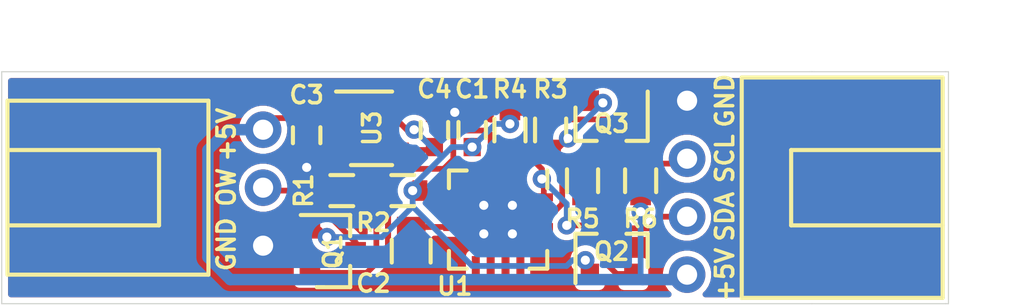
<source format=kicad_pcb>
(kicad_pcb (version 20171130) (host pcbnew "(5.1.6)-1")

  (general
    (thickness 1.6)
    (drawings 18)
    (tracks 180)
    (zones 0)
    (modules 17)
    (nets 17)
  )

  (page A4)
  (layers
    (0 F.Cu signal)
    (31 B.Cu signal)
    (32 B.Adhes user)
    (33 F.Adhes user)
    (34 B.Paste user)
    (35 F.Paste user)
    (36 B.SilkS user)
    (37 F.SilkS user)
    (38 B.Mask user)
    (39 F.Mask user)
    (40 Dwgs.User user)
    (41 Cmts.User user)
    (42 Eco1.User user)
    (43 Eco2.User user)
    (44 Edge.Cuts user)
    (45 Margin user)
    (46 B.CrtYd user)
    (47 F.CrtYd user)
    (48 B.Fab user)
    (49 F.Fab user)
  )

  (setup
    (last_trace_width 0.25)
    (user_trace_width 0.5)
    (trace_clearance 0.2)
    (zone_clearance 0.508)
    (zone_45_only no)
    (trace_min 0.2)
    (via_size 0.8)
    (via_drill 0.4)
    (via_min_size 0.4)
    (via_min_drill 0.3)
    (uvia_size 0.3)
    (uvia_drill 0.1)
    (uvias_allowed no)
    (uvia_min_size 0.2)
    (uvia_min_drill 0.1)
    (edge_width 0.05)
    (segment_width 0.2)
    (pcb_text_width 0.3)
    (pcb_text_size 1.5 1.5)
    (mod_edge_width 0.12)
    (mod_text_size 1 1)
    (mod_text_width 0.15)
    (pad_size 0.65 0.9)
    (pad_drill 0)
    (pad_to_mask_clearance 0)
    (aux_axis_origin 0 0)
    (visible_elements 7FFFFFFF)
    (pcbplotparams
      (layerselection 0x010e0_ffffffff)
      (usegerberextensions false)
      (usegerberattributes true)
      (usegerberadvancedattributes true)
      (creategerberjobfile false)
      (excludeedgelayer true)
      (linewidth 0.100000)
      (plotframeref false)
      (viasonmask false)
      (mode 1)
      (useauxorigin false)
      (hpglpennumber 1)
      (hpglpenspeed 20)
      (hpglpendiameter 15.000000)
      (psnegative false)
      (psa4output false)
      (plotreference true)
      (plotvalue true)
      (plotinvisibletext false)
      (padsonsilk false)
      (subtractmaskfromsilk false)
      (outputformat 1)
      (mirror false)
      (drillshape 0)
      (scaleselection 1)
      (outputdirectory "ow2i2c"))
  )

  (net 0 "")
  (net 1 GND)
  (net 2 +3V3)
  (net 3 "Net-(C2-Pad1)")
  (net 4 VCC)
  (net 5 "Net-(C4-Pad1)")
  (net 6 /ONEWIRE)
  (net 7 "Net-(Q1-Pad2)")
  (net 8 "Net-(U1-Pad1)")
  (net 9 "Net-(U1-Pad5)")
  (net 10 "Net-(U1-Pad12)")
  (net 11 "Net-(U1-Pad13)")
  (net 12 "Net-(U1-Pad14)")
  (net 13 /SCL)
  (net 14 /SDA)
  (net 15 /SDA3)
  (net 16 /SCL3)

  (net_class Default "This is the default net class."
    (clearance 0.2)
    (trace_width 0.25)
    (via_dia 0.8)
    (via_drill 0.4)
    (uvia_dia 0.3)
    (uvia_drill 0.1)
    (add_net +3V3)
    (add_net /ONEWIRE)
    (add_net /SCL)
    (add_net /SCL3)
    (add_net /SDA)
    (add_net /SDA3)
    (add_net GND)
    (add_net "Net-(C2-Pad1)")
    (add_net "Net-(C4-Pad1)")
    (add_net "Net-(Q1-Pad2)")
    (add_net "Net-(U1-Pad1)")
    (add_net "Net-(U1-Pad12)")
    (add_net "Net-(U1-Pad13)")
    (add_net "Net-(U1-Pad14)")
    (add_net "Net-(U1-Pad5)")
    (add_net VCC)
  )

  (module 78208-103HLF:78208-103HLF (layer F.Cu) (tedit 606172CC) (tstamp 601E5B19)
    (at 154.305 96.52 90)
    (path /602220A7)
    (fp_text reference J1 (at 0 -3.429 90) (layer F.SilkS) hide
      (effects (font (size 0.762 0.762) (thickness 0.1524)))
    )
    (fp_text value BUS (at 0 -1.524 90) (layer F.Fab) hide
      (effects (font (size 0.762 0.762) (thickness 0.1524)))
    )
    (fp_line (start 3.81 -2.39) (end 3.81 -11.176) (layer F.SilkS) (width 0.18))
    (fp_line (start 3.81 -2.39) (end -3.81 -2.39) (layer F.SilkS) (width 0.18))
    (fp_line (start -3.81 -2.39) (end -3.81 -11.176) (layer F.SilkS) (width 0.18))
    (fp_line (start 3.81 -11.176) (end -3.81 -11.176) (layer F.SilkS) (width 0.18))
    (fp_line (start 1.65 -11.176) (end 1.65 -4.55) (layer F.SilkS) (width 0.18))
    (fp_line (start 1.65 -4.55) (end -1.65 -4.55) (layer F.SilkS) (width 0.18))
    (fp_line (start -1.65 -4.55) (end -1.65 -11.176) (layer F.SilkS) (width 0.18))
    (pad 1 thru_hole rect (at -2.54 0 90) (size 1.6 1.6) (drill 0.88) (layers *.Cu *.Mask)
      (net 1 GND))
    (pad 2 thru_hole circle (at 0 0 90) (size 1.6 1.6) (drill 0.88) (layers *.Cu *.Mask)
      (net 6 /ONEWIRE))
    (pad 3 thru_hole circle (at 2.54 0 90) (size 1.6 1.6) (drill 0.88) (layers *.Cu *.Mask)
      (net 4 VCC))
  )

  (module 78208-104HLF:78208-104HLF (layer F.Cu) (tedit 606172A5) (tstamp 605EC30E)
    (at 172.847 96.52 270)
    (path /60631B18)
    (fp_text reference J2 (at 0 -3.429 270) (layer F.SilkS) hide
      (effects (font (size 0.762 0.762) (thickness 0.1524)))
    )
    (fp_text value I2C (at 0 -1.524 270) (layer F.Fab)
      (effects (font (size 0.762 0.762) (thickness 0.1524)))
    )
    (fp_line (start -1.65 -4.55) (end -1.65 -11.176) (layer F.SilkS) (width 0.18))
    (fp_line (start 1.65 -4.55) (end -1.65 -4.55) (layer F.SilkS) (width 0.18))
    (fp_line (start 1.65 -11.176) (end 1.65 -4.55) (layer F.SilkS) (width 0.18))
    (fp_line (start -4.826 -2.39) (end -4.826 -11.176) (layer F.SilkS) (width 0.18))
    (fp_line (start 4.826 -2.39) (end 4.826 -11.176) (layer F.SilkS) (width 0.18))
    (fp_line (start 4.826 -11.176) (end -4.826 -11.176) (layer F.SilkS) (width 0.18))
    (fp_line (start 4.826 -2.39) (end -4.826 -2.39) (layer F.SilkS) (width 0.18))
    (pad 4 thru_hole circle (at 3.81 0 270) (size 1.6 1.6) (drill 0.88) (layers *.Cu *.Mask)
      (net 4 VCC))
    (pad 2 thru_hole circle (at -1.27 0 270) (size 1.6 1.6) (drill 0.88) (layers *.Cu *.Mask)
      (net 13 /SCL))
    (pad 1 thru_hole rect (at -3.81 0 270) (size 1.6 1.6) (drill 0.88) (layers *.Cu *.Mask)
      (net 1 GND))
    (pad 3 thru_hole circle (at 1.27 0 270) (size 1.6 1.6) (drill 0.88) (layers *.Cu *.Mask)
      (net 14 /SDA))
  )

  (module Housings_DFN_QFN:QFN-16-1EP_4x4mm_Pitch0.65mm (layer F.Cu) (tedit 54130A77) (tstamp 601CFDC6)
    (at 164.582 97.917 270)
    (descr "16-Lead Plastic Quad Flat, No Lead Package (ML) - 4x4x0.9 mm Body [QFN]; (see Microchip Packaging Specification 00000049BS.pdf)")
    (tags "QFN 0.65")
    (path /601CDC29)
    (attr smd)
    (fp_text reference U1 (at 2.921 1.895) (layer F.SilkS)
      (effects (font (size 0.762 0.762) (thickness 0.1524)))
    )
    (fp_text value DS28E17 (at 0 3.4 90) (layer F.Fab) hide
      (effects (font (size 0.762 0.762) (thickness 0.1524)))
    )
    (fp_line (start -1 -2) (end 2 -2) (layer F.Fab) (width 0.18))
    (fp_line (start 2 -2) (end 2 2) (layer F.Fab) (width 0.18))
    (fp_line (start 2 2) (end -2 2) (layer F.Fab) (width 0.18))
    (fp_line (start -2 2) (end -2 -1) (layer F.Fab) (width 0.18))
    (fp_line (start -2 -1) (end -1 -2) (layer F.Fab) (width 0.18))
    (fp_line (start -2.65 -2.65) (end -2.65 2.65) (layer F.CrtYd) (width 0.18))
    (fp_line (start 2.65 -2.65) (end 2.65 2.65) (layer F.CrtYd) (width 0.18))
    (fp_line (start -2.65 -2.65) (end 2.65 -2.65) (layer F.CrtYd) (width 0.18))
    (fp_line (start -2.65 2.65) (end 2.65 2.65) (layer F.CrtYd) (width 0.18))
    (fp_line (start 2.15 -2.15) (end 2.15 -1.375) (layer F.SilkS) (width 0.18))
    (fp_line (start -2.15 2.15) (end -2.15 1.375) (layer F.SilkS) (width 0.18))
    (fp_line (start 2.15 2.15) (end 2.15 1.375) (layer F.SilkS) (width 0.18))
    (fp_line (start -2.15 -2.15) (end -1.375 -2.15) (layer F.SilkS) (width 0.18))
    (fp_line (start -2.15 2.15) (end -1.375 2.15) (layer F.SilkS) (width 0.18))
    (fp_line (start 2.15 2.15) (end 1.375 2.15) (layer F.SilkS) (width 0.18))
    (fp_line (start 2.15 -2.15) (end 1.375 -2.15) (layer F.SilkS) (width 0.18))
    (pad 1 smd rect (at -2 -0.975 270) (size 0.8 0.35) (layers F.Cu F.Paste F.Mask)
      (net 8 "Net-(U1-Pad1)"))
    (pad 2 smd rect (at -2 -0.325 270) (size 0.8 0.35) (layers F.Cu F.Paste F.Mask)
      (net 7 "Net-(Q1-Pad2)"))
    (pad 3 smd rect (at -2 0.325 270) (size 0.8 0.35) (layers F.Cu F.Paste F.Mask)
      (net 7 "Net-(Q1-Pad2)"))
    (pad 4 smd rect (at -2 0.975 270) (size 0.8 0.35) (layers F.Cu F.Paste F.Mask)
      (net 1 GND))
    (pad 5 smd rect (at -0.975 2) (size 0.8 0.35) (layers F.Cu F.Paste F.Mask)
      (net 9 "Net-(U1-Pad5)"))
    (pad 6 smd rect (at -0.325 2) (size 0.8 0.35) (layers F.Cu F.Paste F.Mask)
      (net 2 +3V3))
    (pad 7 smd rect (at 0.325 2) (size 0.8 0.35) (layers F.Cu F.Paste F.Mask)
      (net 3 "Net-(C2-Pad1)"))
    (pad 8 smd rect (at 0.975 2) (size 0.8 0.35) (layers F.Cu F.Paste F.Mask)
      (net 1 GND))
    (pad 9 smd rect (at 2 0.975 270) (size 0.8 0.35) (layers F.Cu F.Paste F.Mask))
    (pad 10 smd rect (at 2 0.325 270) (size 0.8 0.35) (layers F.Cu F.Paste F.Mask))
    (pad 11 smd rect (at 2 -0.325 270) (size 0.8 0.35) (layers F.Cu F.Paste F.Mask))
    (pad 12 smd rect (at 2 -0.975 270) (size 0.8 0.35) (layers F.Cu F.Paste F.Mask)
      (net 10 "Net-(U1-Pad12)"))
    (pad 13 smd rect (at 0.975 -2) (size 0.8 0.35) (layers F.Cu F.Paste F.Mask)
      (net 11 "Net-(U1-Pad13)"))
    (pad 14 smd rect (at 0.325 -2) (size 0.8 0.35) (layers F.Cu F.Paste F.Mask)
      (net 12 "Net-(U1-Pad14)"))
    (pad 15 smd rect (at -0.325 -2) (size 0.8 0.35) (layers F.Cu F.Paste F.Mask)
      (net 16 /SCL3))
    (pad 16 smd rect (at -0.975 -2) (size 0.8 0.35) (layers F.Cu F.Paste F.Mask)
      (net 15 /SDA3))
    (pad 17 smd rect (at 0.625 0.625 270) (size 1.25 1.25) (layers F.Cu F.Paste F.Mask)
      (net 1 GND) (solder_paste_margin_ratio -0.2))
    (pad 17 smd rect (at 0.625 -0.625 270) (size 1.25 1.25) (layers F.Cu F.Paste F.Mask)
      (net 1 GND) (solder_paste_margin_ratio -0.2))
    (pad 17 smd rect (at -0.625 0.625 270) (size 1.25 1.25) (layers F.Cu F.Paste F.Mask)
      (net 1 GND) (solder_paste_margin_ratio -0.2))
    (pad 17 smd rect (at -0.625 -0.625 270) (size 1.25 1.25) (layers F.Cu F.Paste F.Mask)
      (net 1 GND) (solder_paste_margin_ratio -0.2))
    (model ${KISYS3DMOD}/Housings_DFN_QFN.3dshapes/QFN-16-1EP_4x4mm_Pitch0.65mm.wrl
      (at (xyz 0 0 0))
      (scale (xyz 1 1 1))
      (rotate (xyz 0 0 0))
    )
  )

  (module Resistors_SMD:R_0603 (layer F.Cu) (tedit 58E0A804) (tstamp 601CFDBA)
    (at 157.746 96.647 180)
    (descr "Resistor SMD 0603, reflow soldering, Vishay (see dcrcw.pdf)")
    (tags "resistor 0603")
    (path /601F3188)
    (attr smd)
    (fp_text reference R1 (at 1.663 0 90) (layer F.SilkS)
      (effects (font (size 0.762 0.762) (thickness 0.1524)))
    )
    (fp_text value NF (at 0 1.5) (layer F.Fab) hide
      (effects (font (size 0.762 0.762) (thickness 0.1524)))
    )
    (fp_line (start -0.8 0.4) (end -0.8 -0.4) (layer F.Fab) (width 0.18))
    (fp_line (start 0.8 0.4) (end -0.8 0.4) (layer F.Fab) (width 0.18))
    (fp_line (start 0.8 -0.4) (end 0.8 0.4) (layer F.Fab) (width 0.18))
    (fp_line (start -0.8 -0.4) (end 0.8 -0.4) (layer F.Fab) (width 0.18))
    (fp_line (start 0.5 0.68) (end -0.5 0.68) (layer F.SilkS) (width 0.18))
    (fp_line (start -0.5 -0.68) (end 0.5 -0.68) (layer F.SilkS) (width 0.18))
    (fp_line (start -1.25 -0.7) (end 1.25 -0.7) (layer F.CrtYd) (width 0.18))
    (fp_line (start -1.25 -0.7) (end -1.25 0.7) (layer F.CrtYd) (width 0.18))
    (fp_line (start 1.25 0.7) (end 1.25 -0.7) (layer F.CrtYd) (width 0.18))
    (fp_line (start 1.25 0.7) (end -1.25 0.7) (layer F.CrtYd) (width 0.18))
    (fp_text user %R (at 0 0) (layer F.Fab)
      (effects (font (size 0.762 0.762) (thickness 0.1524)))
    )
    (pad 1 smd rect (at -0.75 0 180) (size 0.65 0.9) (layers F.Cu F.Paste F.Mask)
      (net 4 VCC))
    (pad 2 smd rect (at 0.75 0 180) (size 0.65 0.9) (layers F.Cu F.Paste F.Mask)
      (net 6 /ONEWIRE))
    (model ${KISYS3DMOD}/Resistors_SMD.3dshapes/R_0603.wrl
      (at (xyz 0 0 0))
      (scale (xyz 1 1 1))
      (rotate (xyz 0 0 0))
    )
  )

  (module Resistors_SMD:R_0603 (layer F.Cu) (tedit 60615DE1) (tstamp 60615B6F)
    (at 170.815 96.2145 90)
    (descr "Resistor SMD 0603, reflow soldering, Vishay (see dcrcw.pdf)")
    (tags "resistor 0603")
    (path /6061434F)
    (attr smd)
    (fp_text reference R6 (at -1.663 0) (layer F.SilkS)
      (effects (font (size 0.762 0.762) (thickness 0.1524)))
    )
    (fp_text value 2K2 (at 0 1.5 90) (layer F.Fab)
      (effects (font (size 0.762 0.762) (thickness 0.1524)))
    )
    (fp_line (start 1.25 0.7) (end -1.25 0.7) (layer F.CrtYd) (width 0.18))
    (fp_line (start 1.25 0.7) (end 1.25 -0.7) (layer F.CrtYd) (width 0.18))
    (fp_line (start -1.25 -0.7) (end -1.25 0.7) (layer F.CrtYd) (width 0.18))
    (fp_line (start -1.25 -0.7) (end 1.25 -0.7) (layer F.CrtYd) (width 0.18))
    (fp_line (start -0.5 -0.68) (end 0.5 -0.68) (layer F.SilkS) (width 0.18))
    (fp_line (start 0.5 0.68) (end -0.5 0.68) (layer F.SilkS) (width 0.18))
    (fp_line (start -0.8 -0.4) (end 0.8 -0.4) (layer F.Fab) (width 0.18))
    (fp_line (start 0.8 -0.4) (end 0.8 0.4) (layer F.Fab) (width 0.18))
    (fp_line (start 0.8 0.4) (end -0.8 0.4) (layer F.Fab) (width 0.18))
    (fp_line (start -0.8 0.4) (end -0.8 -0.4) (layer F.Fab) (width 0.18))
    (fp_text user %R (at 0 0 90) (layer F.Fab)
      (effects (font (size 0.762 0.762) (thickness 0.1524)))
    )
    (pad 1 smd rect (at -0.75 0 90) (size 0.65 0.9) (layers F.Cu F.Paste F.Mask)
      (net 4 VCC))
    (pad 2 smd rect (at 0.75 0 90) (size 0.65 0.9) (layers F.Cu F.Paste F.Mask)
      (net 13 /SCL))
    (model ${KISYS3DMOD}/Resistors_SMD.3dshapes/R_0603.wrl
      (at (xyz 0 0 0))
      (scale (xyz 1 1 1))
      (rotate (xyz 0 0 0))
    )
  )

  (module Resistors_SMD:R_0603 (layer F.Cu) (tedit 58E0A804) (tstamp 605EC3AB)
    (at 168.275 96.2145 270)
    (descr "Resistor SMD 0603, reflow soldering, Vishay (see dcrcw.pdf)")
    (tags "resistor 0603")
    (path /6061294B)
    (attr smd)
    (fp_text reference R5 (at 1.663 0 180) (layer F.SilkS)
      (effects (font (size 0.762 0.762) (thickness 0.1524)))
    )
    (fp_text value 2K2 (at 0 1.5 90) (layer F.Fab)
      (effects (font (size 0.762 0.762) (thickness 0.1524)))
    )
    (fp_line (start 1.25 0.7) (end -1.25 0.7) (layer F.CrtYd) (width 0.18))
    (fp_line (start 1.25 0.7) (end 1.25 -0.7) (layer F.CrtYd) (width 0.18))
    (fp_line (start -1.25 -0.7) (end -1.25 0.7) (layer F.CrtYd) (width 0.18))
    (fp_line (start -1.25 -0.7) (end 1.25 -0.7) (layer F.CrtYd) (width 0.18))
    (fp_line (start -0.5 -0.68) (end 0.5 -0.68) (layer F.SilkS) (width 0.18))
    (fp_line (start 0.5 0.68) (end -0.5 0.68) (layer F.SilkS) (width 0.18))
    (fp_line (start -0.8 -0.4) (end 0.8 -0.4) (layer F.Fab) (width 0.18))
    (fp_line (start 0.8 -0.4) (end 0.8 0.4) (layer F.Fab) (width 0.18))
    (fp_line (start 0.8 0.4) (end -0.8 0.4) (layer F.Fab) (width 0.18))
    (fp_line (start -0.8 0.4) (end -0.8 -0.4) (layer F.Fab) (width 0.18))
    (fp_text user %R (at 0 0 90) (layer F.Fab)
      (effects (font (size 0.762 0.762) (thickness 0.1524)))
    )
    (pad 1 smd rect (at -0.75 0 270) (size 0.65 0.9) (layers F.Cu F.Paste F.Mask)
      (net 4 VCC))
    (pad 2 smd rect (at 0.75 0 270) (size 0.65 0.9) (layers F.Cu F.Paste F.Mask)
      (net 14 /SDA))
    (model ${KISYS3DMOD}/Resistors_SMD.3dshapes/R_0603.wrl
      (at (xyz 0 0 0))
      (scale (xyz 1 1 1))
      (rotate (xyz 0 0 0))
    )
  )

  (module TO_SOT_Packages_SMD:SOT-23 (layer F.Cu) (tedit 58CE4E7E) (tstamp 605EC328)
    (at 169.545 93.71 270)
    (descr "SOT-23, Standard")
    (tags SOT-23)
    (path /60604F9B)
    (attr smd)
    (fp_text reference Q3 (at 0 0 180) (layer F.SilkS)
      (effects (font (size 0.762 0.762) (thickness 0.1524)))
    )
    (fp_text value 2N7002 (at 0 2.5 90) (layer F.Fab)
      (effects (font (size 0.762 0.762) (thickness 0.1524)))
    )
    (fp_line (start 0.76 1.58) (end -0.7 1.58) (layer F.SilkS) (width 0.18))
    (fp_line (start 0.76 -1.58) (end -1.4 -1.58) (layer F.SilkS) (width 0.18))
    (fp_line (start -1.7 1.75) (end -1.7 -1.75) (layer F.CrtYd) (width 0.18))
    (fp_line (start 1.7 1.75) (end -1.7 1.75) (layer F.CrtYd) (width 0.18))
    (fp_line (start 1.7 -1.75) (end 1.7 1.75) (layer F.CrtYd) (width 0.18))
    (fp_line (start -1.7 -1.75) (end 1.7 -1.75) (layer F.CrtYd) (width 0.18))
    (fp_line (start 0.76 -1.58) (end 0.76 -0.65) (layer F.SilkS) (width 0.18))
    (fp_line (start 0.76 1.58) (end 0.76 0.65) (layer F.SilkS) (width 0.18))
    (fp_line (start -0.7 1.52) (end 0.7 1.52) (layer F.Fab) (width 0.18))
    (fp_line (start 0.7 -1.52) (end 0.7 1.52) (layer F.Fab) (width 0.18))
    (fp_line (start -0.7 -0.95) (end -0.15 -1.52) (layer F.Fab) (width 0.18))
    (fp_line (start -0.15 -1.52) (end 0.7 -1.52) (layer F.Fab) (width 0.18))
    (fp_line (start -0.7 -0.95) (end -0.7 1.5) (layer F.Fab) (width 0.18))
    (fp_text user %R (at 0.016 0) (layer F.Fab)
      (effects (font (size 0.762 0.762) (thickness 0.1524)))
    )
    (pad 1 smd rect (at -1 -0.95 270) (size 0.9 0.8) (layers F.Cu F.Paste F.Mask)
      (net 2 +3V3))
    (pad 2 smd rect (at -1 0.95 270) (size 0.9 0.8) (layers F.Cu F.Paste F.Mask)
      (net 16 /SCL3))
    (pad 3 smd rect (at 1 0 270) (size 0.9 0.8) (layers F.Cu F.Paste F.Mask)
      (net 13 /SCL))
    (model ${KISYS3DMOD}/TO_SOT_Packages_SMD.3dshapes/SOT-23.wrl
      (at (xyz 0 0 0))
      (scale (xyz 1 1 1))
      (rotate (xyz 0 0 0))
    )
  )

  (module TO_SOT_Packages_SMD:SOT-23 (layer F.Cu) (tedit 58CE4E7E) (tstamp 605EC325)
    (at 169.545 99.298 90)
    (descr "SOT-23, Standard")
    (tags SOT-23)
    (path /605F93E2)
    (attr smd)
    (fp_text reference Q2 (at -0.016 0 180) (layer F.SilkS)
      (effects (font (size 0.762 0.762) (thickness 0.1524)))
    )
    (fp_text value 2N7002 (at 0 2.5 90) (layer F.Fab)
      (effects (font (size 0.762 0.762) (thickness 0.1524)))
    )
    (fp_line (start 0.76 1.58) (end -0.7 1.58) (layer F.SilkS) (width 0.18))
    (fp_line (start 0.76 -1.58) (end -1.4 -1.58) (layer F.SilkS) (width 0.18))
    (fp_line (start -1.7 1.75) (end -1.7 -1.75) (layer F.CrtYd) (width 0.18))
    (fp_line (start 1.7 1.75) (end -1.7 1.75) (layer F.CrtYd) (width 0.18))
    (fp_line (start 1.7 -1.75) (end 1.7 1.75) (layer F.CrtYd) (width 0.18))
    (fp_line (start -1.7 -1.75) (end 1.7 -1.75) (layer F.CrtYd) (width 0.18))
    (fp_line (start 0.76 -1.58) (end 0.76 -0.65) (layer F.SilkS) (width 0.18))
    (fp_line (start 0.76 1.58) (end 0.76 0.65) (layer F.SilkS) (width 0.18))
    (fp_line (start -0.7 1.52) (end 0.7 1.52) (layer F.Fab) (width 0.18))
    (fp_line (start 0.7 -1.52) (end 0.7 1.52) (layer F.Fab) (width 0.18))
    (fp_line (start -0.7 -0.95) (end -0.15 -1.52) (layer F.Fab) (width 0.18))
    (fp_line (start -0.15 -1.52) (end 0.7 -1.52) (layer F.Fab) (width 0.18))
    (fp_line (start -0.7 -0.95) (end -0.7 1.5) (layer F.Fab) (width 0.18))
    (fp_text user %R (at 0 0) (layer F.Fab)
      (effects (font (size 0.762 0.762) (thickness 0.1524)))
    )
    (pad 1 smd rect (at -1 -0.95 90) (size 0.9 0.8) (layers F.Cu F.Paste F.Mask)
      (net 2 +3V3))
    (pad 2 smd rect (at -1 0.95 90) (size 0.9 0.8) (layers F.Cu F.Paste F.Mask)
      (net 15 /SDA3))
    (pad 3 smd rect (at 1 0 90) (size 0.9 0.8) (layers F.Cu F.Paste F.Mask)
      (net 14 /SDA))
    (model ${KISYS3DMOD}/TO_SOT_Packages_SMD.3dshapes/SOT-23.wrl
      (at (xyz 0 0 0))
      (scale (xyz 1 1 1))
      (rotate (xyz 0 0 0))
    )
  )

  (module TO_SOT_Packages_SMD:SOT-23-5 (layer F.Cu) (tedit 58CE4E7E) (tstamp 605EE51A)
    (at 159.047 93.919)
    (descr "5-pin SOT23 package")
    (tags SOT-23-5)
    (path /601EB461)
    (attr smd)
    (fp_text reference U3 (at 0.0205 -0.0025 90) (layer F.SilkS)
      (effects (font (size 0.762 0.762) (thickness 0.1524)))
    )
    (fp_text value LP2985-3.3 (at 0 2.9) (layer F.Fab) hide
      (effects (font (size 0.762 0.762) (thickness 0.1524)))
    )
    (fp_line (start -0.9 1.61) (end 0.9 1.61) (layer F.SilkS) (width 0.18))
    (fp_line (start 0.9 -1.61) (end -1.55 -1.61) (layer F.SilkS) (width 0.18))
    (fp_line (start -1.9 -1.8) (end 1.9 -1.8) (layer F.CrtYd) (width 0.18))
    (fp_line (start 1.9 -1.8) (end 1.9 1.8) (layer F.CrtYd) (width 0.18))
    (fp_line (start 1.9 1.8) (end -1.9 1.8) (layer F.CrtYd) (width 0.18))
    (fp_line (start -1.9 1.8) (end -1.9 -1.8) (layer F.CrtYd) (width 0.18))
    (fp_line (start -0.9 -0.9) (end -0.25 -1.55) (layer F.Fab) (width 0.18))
    (fp_line (start 0.9 -1.55) (end -0.25 -1.55) (layer F.Fab) (width 0.18))
    (fp_line (start -0.9 -0.9) (end -0.9 1.55) (layer F.Fab) (width 0.18))
    (fp_line (start 0.9 1.55) (end -0.9 1.55) (layer F.Fab) (width 0.18))
    (fp_line (start 0.9 -1.55) (end 0.9 1.55) (layer F.Fab) (width 0.18))
    (fp_text user %R (at 0 0 90) (layer F.Fab)
      (effects (font (size 0.762 0.762) (thickness 0.1524)))
    )
    (pad 1 smd rect (at -1.1 -0.95) (size 1.06 0.65) (layers F.Cu F.Paste F.Mask)
      (net 4 VCC))
    (pad 2 smd rect (at -1.1 0) (size 1.06 0.65) (layers F.Cu F.Paste F.Mask)
      (net 1 GND))
    (pad 3 smd rect (at -1.1 0.95) (size 1.06 0.65) (layers F.Cu F.Paste F.Mask)
      (net 4 VCC))
    (pad 4 smd rect (at 1.1 0.95) (size 1.06 0.65) (layers F.Cu F.Paste F.Mask)
      (net 5 "Net-(C4-Pad1)"))
    (pad 5 smd rect (at 1.1 -0.95) (size 1.06 0.65) (layers F.Cu F.Paste F.Mask)
      (net 2 +3V3))
    (model ${KISYS3DMOD}/TO_SOT_Packages_SMD.3dshapes/SOT-23-5.wrl
      (at (xyz 0 0 0))
      (scale (xyz 1 1 1))
      (rotate (xyz 0 0 0))
    )
  )

  (module TO_SOT_Packages_SMD:SOT-23 (layer F.Cu) (tedit 58CE4E7E) (tstamp 605EC965)
    (at 157.353 99.298)
    (descr "SOT-23, Standard")
    (tags SOT-23)
    (path /601E71FE)
    (attr smd)
    (fp_text reference Q1 (at 0 0.016 90) (layer F.SilkS)
      (effects (font (size 0.762 0.762) (thickness 0.1524)))
    )
    (fp_text value 2N7002 (at 0 2.5) (layer F.Fab) hide
      (effects (font (size 0.762 0.762) (thickness 0.1524)))
    )
    (fp_line (start -0.7 -0.95) (end -0.7 1.5) (layer F.Fab) (width 0.18))
    (fp_line (start -0.15 -1.52) (end 0.7 -1.52) (layer F.Fab) (width 0.18))
    (fp_line (start -0.7 -0.95) (end -0.15 -1.52) (layer F.Fab) (width 0.18))
    (fp_line (start 0.7 -1.52) (end 0.7 1.52) (layer F.Fab) (width 0.18))
    (fp_line (start -0.7 1.52) (end 0.7 1.52) (layer F.Fab) (width 0.18))
    (fp_line (start 0.76 1.58) (end 0.76 0.65) (layer F.SilkS) (width 0.18))
    (fp_line (start 0.76 -1.58) (end 0.76 -0.65) (layer F.SilkS) (width 0.18))
    (fp_line (start -1.7 -1.75) (end 1.7 -1.75) (layer F.CrtYd) (width 0.18))
    (fp_line (start 1.7 -1.75) (end 1.7 1.75) (layer F.CrtYd) (width 0.18))
    (fp_line (start 1.7 1.75) (end -1.7 1.75) (layer F.CrtYd) (width 0.18))
    (fp_line (start -1.7 1.75) (end -1.7 -1.75) (layer F.CrtYd) (width 0.18))
    (fp_line (start 0.76 -1.58) (end -1.4 -1.58) (layer F.SilkS) (width 0.18))
    (fp_line (start 0.76 1.58) (end -0.7 1.58) (layer F.SilkS) (width 0.18))
    (fp_text user %R (at 0 0 90) (layer F.Fab)
      (effects (font (size 0.762 0.762) (thickness 0.1524)))
    )
    (pad 1 smd rect (at -1 -0.95) (size 0.9 0.8) (layers F.Cu F.Paste F.Mask)
      (net 2 +3V3))
    (pad 2 smd rect (at -1 0.95) (size 0.9 0.8) (layers F.Cu F.Paste F.Mask)
      (net 7 "Net-(Q1-Pad2)"))
    (pad 3 smd rect (at 1 0) (size 0.9 0.8) (layers F.Cu F.Paste F.Mask)
      (net 6 /ONEWIRE))
    (model ${KISYS3DMOD}/TO_SOT_Packages_SMD.3dshapes/SOT-23.wrl
      (at (xyz 0 0 0))
      (scale (xyz 1 1 1))
      (rotate (xyz 0 0 0))
    )
  )

  (module Resistors_SMD:R_0603 (layer F.Cu) (tedit 58E0A804) (tstamp 601CFDC3)
    (at 165.1 93.992 270)
    (descr "Resistor SMD 0603, reflow soldering, Vishay (see dcrcw.pdf)")
    (tags "resistor 0603")
    (path /601D7B8B)
    (attr smd)
    (fp_text reference R4 (at -1.79 0 180) (layer F.SilkS)
      (effects (font (size 0.762 0.762) (thickness 0.1524)))
    )
    (fp_text value 4K7 (at 0 1.5 90) (layer F.Fab) hide
      (effects (font (size 0.762 0.762) (thickness 0.1524)))
    )
    (fp_line (start -0.8 0.4) (end -0.8 -0.4) (layer F.Fab) (width 0.18))
    (fp_line (start 0.8 0.4) (end -0.8 0.4) (layer F.Fab) (width 0.18))
    (fp_line (start 0.8 -0.4) (end 0.8 0.4) (layer F.Fab) (width 0.18))
    (fp_line (start -0.8 -0.4) (end 0.8 -0.4) (layer F.Fab) (width 0.18))
    (fp_line (start 0.5 0.68) (end -0.5 0.68) (layer F.SilkS) (width 0.18))
    (fp_line (start -0.5 -0.68) (end 0.5 -0.68) (layer F.SilkS) (width 0.18))
    (fp_line (start -1.25 -0.7) (end 1.25 -0.7) (layer F.CrtYd) (width 0.18))
    (fp_line (start -1.25 -0.7) (end -1.25 0.7) (layer F.CrtYd) (width 0.18))
    (fp_line (start 1.25 0.7) (end 1.25 -0.7) (layer F.CrtYd) (width 0.18))
    (fp_line (start 1.25 0.7) (end -1.25 0.7) (layer F.CrtYd) (width 0.18))
    (fp_text user %R (at 0 0 90) (layer F.Fab)
      (effects (font (size 0.762 0.762) (thickness 0.1524)))
    )
    (pad 1 smd rect (at -0.75 0 270) (size 0.65 0.9) (layers F.Cu F.Paste F.Mask)
      (net 2 +3V3))
    (pad 2 smd rect (at 0.75 0 270) (size 0.65 0.9) (layers F.Cu F.Paste F.Mask)
      (net 15 /SDA3))
    (model ${KISYS3DMOD}/Resistors_SMD.3dshapes/R_0603.wrl
      (at (xyz 0 0 0))
      (scale (xyz 1 1 1))
      (rotate (xyz 0 0 0))
    )
  )

  (module Resistors_SMD:R_0603 (layer F.Cu) (tedit 58E0A804) (tstamp 605EDEA0)
    (at 166.878 93.992 270)
    (descr "Resistor SMD 0603, reflow soldering, Vishay (see dcrcw.pdf)")
    (tags "resistor 0603")
    (path /601D7371)
    (attr smd)
    (fp_text reference R3 (at -1.79 0) (layer F.SilkS)
      (effects (font (size 0.762 0.762) (thickness 0.1524)))
    )
    (fp_text value 4K7 (at 0 1.5 90) (layer F.Fab) hide
      (effects (font (size 0.762 0.762) (thickness 0.1524)))
    )
    (fp_line (start -0.8 0.4) (end -0.8 -0.4) (layer F.Fab) (width 0.18))
    (fp_line (start 0.8 0.4) (end -0.8 0.4) (layer F.Fab) (width 0.18))
    (fp_line (start 0.8 -0.4) (end 0.8 0.4) (layer F.Fab) (width 0.18))
    (fp_line (start -0.8 -0.4) (end 0.8 -0.4) (layer F.Fab) (width 0.18))
    (fp_line (start 0.5 0.68) (end -0.5 0.68) (layer F.SilkS) (width 0.18))
    (fp_line (start -0.5 -0.68) (end 0.5 -0.68) (layer F.SilkS) (width 0.18))
    (fp_line (start -1.25 -0.7) (end 1.25 -0.7) (layer F.CrtYd) (width 0.18))
    (fp_line (start -1.25 -0.7) (end -1.25 0.7) (layer F.CrtYd) (width 0.18))
    (fp_line (start 1.25 0.7) (end 1.25 -0.7) (layer F.CrtYd) (width 0.18))
    (fp_line (start 1.25 0.7) (end -1.25 0.7) (layer F.CrtYd) (width 0.18))
    (fp_text user %R (at 0 0 90) (layer F.Fab)
      (effects (font (size 0.762 0.762) (thickness 0.1524)))
    )
    (pad 1 smd rect (at -0.75 0 270) (size 0.65 0.9) (layers F.Cu F.Paste F.Mask)
      (net 2 +3V3))
    (pad 2 smd rect (at 0.75 0 270) (size 0.65 0.9) (layers F.Cu F.Paste F.Mask)
      (net 16 /SCL3))
    (model ${KISYS3DMOD}/Resistors_SMD.3dshapes/R_0603.wrl
      (at (xyz 0 0 0))
      (scale (xyz 1 1 1))
      (rotate (xyz 0 0 0))
    )
  )

  (module Resistors_SMD:R_0603 (layer F.Cu) (tedit 58E0A804) (tstamp 605EE0B3)
    (at 160.413 96.647 180)
    (descr "Resistor SMD 0603, reflow soldering, Vishay (see dcrcw.pdf)")
    (tags "resistor 0603")
    (path /601EEE98)
    (attr smd)
    (fp_text reference R2 (at 1.282 -1.397) (layer F.SilkS)
      (effects (font (size 0.762 0.762) (thickness 0.1524)))
    )
    (fp_text value 4K7 (at 0 1.5) (layer F.Fab) hide
      (effects (font (size 0.762 0.762) (thickness 0.1524)))
    )
    (fp_line (start -0.8 0.4) (end -0.8 -0.4) (layer F.Fab) (width 0.18))
    (fp_line (start 0.8 0.4) (end -0.8 0.4) (layer F.Fab) (width 0.18))
    (fp_line (start 0.8 -0.4) (end 0.8 0.4) (layer F.Fab) (width 0.18))
    (fp_line (start -0.8 -0.4) (end 0.8 -0.4) (layer F.Fab) (width 0.18))
    (fp_line (start 0.5 0.68) (end -0.5 0.68) (layer F.SilkS) (width 0.18))
    (fp_line (start -0.5 -0.68) (end 0.5 -0.68) (layer F.SilkS) (width 0.18))
    (fp_line (start -1.25 -0.7) (end 1.25 -0.7) (layer F.CrtYd) (width 0.18))
    (fp_line (start -1.25 -0.7) (end -1.25 0.7) (layer F.CrtYd) (width 0.18))
    (fp_line (start 1.25 0.7) (end 1.25 -0.7) (layer F.CrtYd) (width 0.18))
    (fp_line (start 1.25 0.7) (end -1.25 0.7) (layer F.CrtYd) (width 0.18))
    (fp_text user %R (at 0 0) (layer F.Fab)
      (effects (font (size 0.762 0.762) (thickness 0.1524)))
    )
    (pad 1 smd rect (at -0.75 0 180) (size 0.65 0.9) (layers F.Cu F.Paste F.Mask)
      (net 2 +3V3))
    (pad 2 smd rect (at 0.75 0 180) (size 0.65 0.9) (layers F.Cu F.Paste F.Mask)
      (net 7 "Net-(Q1-Pad2)"))
    (model ${KISYS3DMOD}/Resistors_SMD.3dshapes/R_0603.wrl
      (at (xyz 0 0 0))
      (scale (xyz 1 1 1))
      (rotate (xyz 0 0 0))
    )
  )

  (module Capacitors_SMD:C_0603 (layer F.Cu) (tedit 59958EE7) (tstamp 601D05B4)
    (at 161.798 93.992 90)
    (descr "Capacitor SMD 0603, reflow soldering, AVX (see smccp.pdf)")
    (tags "capacitor 0603")
    (path /60217BB6)
    (attr smd)
    (fp_text reference C4 (at 1.79 0 180) (layer F.SilkS)
      (effects (font (size 0.762 0.762) (thickness 0.1524)))
    )
    (fp_text value 0.01 (at 0 1.5 90) (layer F.Fab) hide
      (effects (font (size 0.762 0.762) (thickness 0.1524)))
    )
    (fp_line (start 1.4 0.65) (end -1.4 0.65) (layer F.CrtYd) (width 0.18))
    (fp_line (start 1.4 0.65) (end 1.4 -0.65) (layer F.CrtYd) (width 0.18))
    (fp_line (start -1.4 -0.65) (end -1.4 0.65) (layer F.CrtYd) (width 0.18))
    (fp_line (start -1.4 -0.65) (end 1.4 -0.65) (layer F.CrtYd) (width 0.18))
    (fp_line (start 0.35 0.6) (end -0.35 0.6) (layer F.SilkS) (width 0.18))
    (fp_line (start -0.35 -0.6) (end 0.35 -0.6) (layer F.SilkS) (width 0.18))
    (fp_line (start -0.8 -0.4) (end 0.8 -0.4) (layer F.Fab) (width 0.18))
    (fp_line (start 0.8 -0.4) (end 0.8 0.4) (layer F.Fab) (width 0.18))
    (fp_line (start 0.8 0.4) (end -0.8 0.4) (layer F.Fab) (width 0.18))
    (fp_line (start -0.8 0.4) (end -0.8 -0.4) (layer F.Fab) (width 0.18))
    (fp_text user %R (at 0 0 90) (layer F.Fab)
      (effects (font (size 0.762 0.762) (thickness 0.1524)))
    )
    (pad 2 smd rect (at 0.75 0 90) (size 0.8 0.75) (layers F.Cu F.Paste F.Mask)
      (net 1 GND))
    (pad 1 smd rect (at -0.75 0 90) (size 0.8 0.75) (layers F.Cu F.Paste F.Mask)
      (net 5 "Net-(C4-Pad1)"))
    (model Capacitors_SMD.3dshapes/C_0603.wrl
      (at (xyz 0 0 0))
      (scale (xyz 1 1 1))
      (rotate (xyz 0 0 0))
    )
  )

  (module Capacitors_SMD:C_0603 (layer F.Cu) (tedit 59958EE7) (tstamp 605EC78B)
    (at 156.21 94.222 270)
    (descr "Capacitor SMD 0603, reflow soldering, AVX (see smccp.pdf)")
    (tags "capacitor 0603")
    (path /601F7FC6)
    (attr smd)
    (fp_text reference C3 (at -1.766 0 180) (layer F.SilkS)
      (effects (font (size 0.762 0.762) (thickness 0.1524)))
    )
    (fp_text value 0.1 (at 0 1.5 90) (layer F.Fab) hide
      (effects (font (size 0.762 0.762) (thickness 0.1524)))
    )
    (fp_line (start 1.4 0.65) (end -1.4 0.65) (layer F.CrtYd) (width 0.18))
    (fp_line (start 1.4 0.65) (end 1.4 -0.65) (layer F.CrtYd) (width 0.18))
    (fp_line (start -1.4 -0.65) (end -1.4 0.65) (layer F.CrtYd) (width 0.18))
    (fp_line (start -1.4 -0.65) (end 1.4 -0.65) (layer F.CrtYd) (width 0.18))
    (fp_line (start 0.35 0.6) (end -0.35 0.6) (layer F.SilkS) (width 0.18))
    (fp_line (start -0.35 -0.6) (end 0.35 -0.6) (layer F.SilkS) (width 0.18))
    (fp_line (start -0.8 -0.4) (end 0.8 -0.4) (layer F.Fab) (width 0.18))
    (fp_line (start 0.8 -0.4) (end 0.8 0.4) (layer F.Fab) (width 0.18))
    (fp_line (start 0.8 0.4) (end -0.8 0.4) (layer F.Fab) (width 0.18))
    (fp_line (start -0.8 0.4) (end -0.8 -0.4) (layer F.Fab) (width 0.18))
    (fp_text user %R (at 0 0 90) (layer F.Fab)
      (effects (font (size 0.762 0.762) (thickness 0.1524)))
    )
    (pad 2 smd rect (at 0.75 0 270) (size 0.8 0.75) (layers F.Cu F.Paste F.Mask)
      (net 1 GND))
    (pad 1 smd rect (at -0.75 0 270) (size 0.8 0.75) (layers F.Cu F.Paste F.Mask)
      (net 4 VCC))
    (model Capacitors_SMD.3dshapes/C_0603.wrl
      (at (xyz 0 0 0))
      (scale (xyz 1 1 1))
      (rotate (xyz 0 0 0))
    )
  )

  (module Capacitors_SMD:C_0805 (layer F.Cu) (tedit 58AA8463) (tstamp 601D13EA)
    (at 160.782 99.298 270)
    (descr "Capacitor SMD 0805, reflow soldering, AVX (see smccp.pdf)")
    (tags "capacitor 0805")
    (path /601E2D76)
    (attr smd)
    (fp_text reference C2 (at 1.413 1.651 180) (layer F.SilkS)
      (effects (font (size 0.762 0.762) (thickness 0.1524)))
    )
    (fp_text value 1uF (at 0 1.75 90) (layer F.Fab) hide
      (effects (font (size 0.762 0.762) (thickness 0.1524)))
    )
    (fp_line (start -1 0.62) (end -1 -0.62) (layer F.Fab) (width 0.18))
    (fp_line (start 1 0.62) (end -1 0.62) (layer F.Fab) (width 0.18))
    (fp_line (start 1 -0.62) (end 1 0.62) (layer F.Fab) (width 0.18))
    (fp_line (start -1 -0.62) (end 1 -0.62) (layer F.Fab) (width 0.18))
    (fp_line (start 0.5 -0.85) (end -0.5 -0.85) (layer F.SilkS) (width 0.18))
    (fp_line (start -0.5 0.85) (end 0.5 0.85) (layer F.SilkS) (width 0.18))
    (fp_line (start -1.75 -0.88) (end 1.75 -0.88) (layer F.CrtYd) (width 0.18))
    (fp_line (start -1.75 -0.88) (end -1.75 0.87) (layer F.CrtYd) (width 0.18))
    (fp_line (start 1.75 0.87) (end 1.75 -0.88) (layer F.CrtYd) (width 0.18))
    (fp_line (start 1.75 0.87) (end -1.75 0.87) (layer F.CrtYd) (width 0.18))
    (fp_text user %R (at 0 -1.5 90) (layer F.Fab)
      (effects (font (size 0.762 0.762) (thickness 0.1524)))
    )
    (pad 1 smd rect (at -1 0 270) (size 1 1.25) (layers F.Cu F.Paste F.Mask)
      (net 3 "Net-(C2-Pad1)"))
    (pad 2 smd rect (at 1 0 270) (size 1 1.25) (layers F.Cu F.Paste F.Mask)
      (net 1 GND))
    (model Capacitors_SMD.3dshapes/C_0805.wrl
      (at (xyz 0 0 0))
      (scale (xyz 1 1 1))
      (rotate (xyz 0 0 0))
    )
  )

  (module Capacitors_SMD:C_0603 (layer F.Cu) (tedit 59958EE7) (tstamp 601CFD9D)
    (at 163.449 93.992 90)
    (descr "Capacitor SMD 0603, reflow soldering, AVX (see smccp.pdf)")
    (tags "capacitor 0603")
    (path /601D94C8)
    (attr smd)
    (fp_text reference C1 (at 1.79 0 180) (layer F.SilkS)
      (effects (font (size 0.762 0.762) (thickness 0.1524)))
    )
    (fp_text value 0.1 (at 0 1.5 90) (layer F.Fab) hide
      (effects (font (size 0.762 0.762) (thickness 0.1524)))
    )
    (fp_line (start 1.4 0.65) (end -1.4 0.65) (layer F.CrtYd) (width 0.18))
    (fp_line (start 1.4 0.65) (end 1.4 -0.65) (layer F.CrtYd) (width 0.18))
    (fp_line (start -1.4 -0.65) (end -1.4 0.65) (layer F.CrtYd) (width 0.18))
    (fp_line (start -1.4 -0.65) (end 1.4 -0.65) (layer F.CrtYd) (width 0.18))
    (fp_line (start 0.35 0.6) (end -0.35 0.6) (layer F.SilkS) (width 0.18))
    (fp_line (start -0.35 -0.6) (end 0.35 -0.6) (layer F.SilkS) (width 0.18))
    (fp_line (start -0.8 -0.4) (end 0.8 -0.4) (layer F.Fab) (width 0.18))
    (fp_line (start 0.8 -0.4) (end 0.8 0.4) (layer F.Fab) (width 0.18))
    (fp_line (start 0.8 0.4) (end -0.8 0.4) (layer F.Fab) (width 0.18))
    (fp_line (start -0.8 0.4) (end -0.8 -0.4) (layer F.Fab) (width 0.18))
    (fp_text user %R (at 0 0 90) (layer F.Fab)
      (effects (font (size 0.762 0.762) (thickness 0.1524)))
    )
    (pad 2 smd rect (at 0.75 0 90) (size 0.8 0.75) (layers F.Cu F.Paste F.Mask)
      (net 1 GND))
    (pad 1 smd rect (at -0.75 0 90) (size 0.8 0.75) (layers F.Cu F.Paste F.Mask)
      (net 2 +3V3))
    (model Capacitors_SMD.3dshapes/C_0603.wrl
      (at (xyz 0 0 0))
      (scale (xyz 1 1 1))
      (rotate (xyz 0 0 0))
    )
  )

  (dimension 41.402 (width 0.15) (layer Dwgs.User)
    (gr_text "41.402 mm" (at 163.576 88.997) (layer Dwgs.User)
      (effects (font (size 1 1) (thickness 0.15)))
    )
    (feature1 (pts (xy 142.875 91.44) (xy 142.875 89.710579)))
    (feature2 (pts (xy 184.277 91.44) (xy 184.277 89.710579)))
    (crossbar (pts (xy 184.277 90.297) (xy 142.875 90.297)))
    (arrow1a (pts (xy 142.875 90.297) (xy 144.001504 89.710579)))
    (arrow1b (pts (xy 142.875 90.297) (xy 144.001504 90.883421)))
    (arrow2a (pts (xy 184.277 90.297) (xy 183.150496 89.710579)))
    (arrow2b (pts (xy 184.277 90.297) (xy 183.150496 90.883421)))
  )
  (gr_text +5V (at 174.498 100.33 90) (layer F.SilkS) (tstamp 60615F5F)
    (effects (font (size 0.762 0.762) (thickness 0.1524)))
  )
  (gr_text SDA (at 174.498 97.79 90) (layer F.SilkS) (tstamp 60615F5F)
    (effects (font (size 0.762 0.762) (thickness 0.1524)))
  )
  (gr_text "SCL\n" (at 174.498 95.25 90) (layer F.SilkS) (tstamp 60615F5F)
    (effects (font (size 0.762 0.762) (thickness 0.1524)))
  )
  (gr_text GND (at 174.498 92.71 90) (layer F.SilkS)
    (effects (font (size 0.762 0.762) (thickness 0.1524)))
  )
  (gr_line (start 184.15 91.44) (end 184.277 91.44) (layer Edge.Cuts) (width 0.05) (tstamp 60615AE4))
  (gr_line (start 184.15 101.6) (end 184.277 101.6) (layer Edge.Cuts) (width 0.05) (tstamp 60615AE3))
  (gr_line (start 184.15 101.6) (end 178.308 101.6) (layer Edge.Cuts) (width 0.05) (tstamp 60615A6F))
  (gr_line (start 178.308 91.44) (end 184.15 91.44) (layer Edge.Cuts) (width 0.05) (tstamp 60615A6E))
  (dimension 10.16 (width 0.15) (layer Dwgs.User)
    (gr_text "10.160 mm" (at 186.847 96.52 270) (layer Dwgs.User)
      (effects (font (size 0.762 0.762) (thickness 0.1524)))
    )
    (feature1 (pts (xy 184.277 101.6) (xy 186.133421 101.6)))
    (feature2 (pts (xy 184.277 91.44) (xy 186.133421 91.44)))
    (crossbar (pts (xy 185.547 91.44) (xy 185.547 101.6)))
    (arrow1a (pts (xy 185.547 101.6) (xy 184.960579 100.473496)))
    (arrow1b (pts (xy 185.547 101.6) (xy 186.133421 100.473496)))
    (arrow2a (pts (xy 185.547 91.44) (xy 184.960579 92.566504)))
    (arrow2b (pts (xy 185.547 91.44) (xy 186.133421 92.566504)))
  )
  (gr_line (start 184.277 91.44) (end 184.277 101.6) (layer Edge.Cuts) (width 0.05) (tstamp 602120BB))
  (gr_line (start 142.875 91.44) (end 142.875 101.6) (layer Edge.Cuts) (width 0.05) (tstamp 602120AE))
  (gr_text GND (at 152.7 99 90) (layer F.SilkS)
    (effects (font (size 0.762 0.762) (thickness 0.1524)))
  )
  (gr_text OW (at 152.7 96.5 90) (layer F.SilkS)
    (effects (font (size 0.762 0.762) (thickness 0.1524)))
  )
  (gr_text +5V (at 152.7 94.2 90) (layer F.SilkS)
    (effects (font (size 0.762 0.762) (thickness 0.1524)))
  )
  (gr_line (start 178.308 101.6) (end 142.875 101.6) (layer Edge.Cuts) (width 0.05))
  (gr_line (start 142.875 91.44) (end 178.308 91.44) (layer Edge.Cuts) (width 0.05))
  (gr_line (start 178.435 96.266) (end 142.875 96.266) (layer Dwgs.User) (width 0.15) (tstamp 605EE3D4))

  (segment (start 163.607 96.942) (end 163.607 95.917) (width 0.25) (layer F.Cu) (net 1))
  (segment (start 163.957 97.292) (end 163.607 96.942) (width 0.25) (layer F.Cu) (net 1))
  (segment (start 163.607 98.892) (end 162.582 98.892) (width 0.25) (layer F.Cu) (net 1))
  (segment (start 163.957 98.542) (end 163.607 98.892) (width 0.25) (layer F.Cu) (net 1))
  (segment (start 165.207 98.542) (end 163.957 98.542) (width 0.25) (layer F.Cu) (net 1))
  (segment (start 165.207 98.542) (end 165.207 97.292) (width 0.25) (layer F.Cu) (net 1))
  (via (at 163.957 97.292) (size 0.8) (drill 0.4) (layers F.Cu B.Cu) (net 1))
  (segment (start 165.207 97.292) (end 163.957 97.292) (width 0.25) (layer F.Cu) (net 1))
  (via (at 163.957 98.542) (size 0.8) (drill 0.4) (layers F.Cu B.Cu) (net 1))
  (segment (start 163.957 97.292) (end 163.957 98.542) (width 0.25) (layer F.Cu) (net 1))
  (via (at 165.207 98.542) (size 0.8) (drill 0.4) (layers F.Cu B.Cu) (net 1))
  (via (at 165.207 97.292) (size 0.8) (drill 0.4) (layers F.Cu B.Cu) (net 1))
  (segment (start 160.782 100.298) (end 160.782 100.203) (width 0.25) (layer F.Cu) (net 1))
  (segment (start 162.093 98.892) (end 162.582 98.892) (width 0.25) (layer F.Cu) (net 1))
  (segment (start 160.782 100.203) (end 162.093 98.892) (width 0.25) (layer F.Cu) (net 1))
  (via (at 156.21 95.631) (size 0.8) (drill 0.4) (layers F.Cu B.Cu) (net 1))
  (segment (start 156.21 94.972) (end 156.21 95.631) (width 0.25) (layer F.Cu) (net 1))
  (segment (start 156.21 97.155) (end 154.305 99.06) (width 0.25) (layer B.Cu) (net 1))
  (segment (start 156.21 95.631) (end 156.21 97.155) (width 0.25) (layer B.Cu) (net 1))
  (segment (start 156.21 94.972) (end 156.234 94.972) (width 0.25) (layer F.Cu) (net 1))
  (segment (start 157.287 93.919) (end 157.947 93.919) (width 0.25) (layer F.Cu) (net 1))
  (segment (start 156.234 94.972) (end 157.287 93.919) (width 0.25) (layer F.Cu) (net 1))
  (segment (start 163.607 95.917) (end 162.973 95.917) (width 0.25) (layer F.Cu) (net 1))
  (via (at 162.687 93.218) (size 0.8) (drill 0.4) (layers F.Cu B.Cu) (net 1))
  (segment (start 161.822 93.218) (end 161.798 93.242) (width 0.25) (layer F.Cu) (net 1))
  (segment (start 162.687 93.218) (end 161.822 93.218) (width 0.25) (layer F.Cu) (net 1))
  (segment (start 163.425 93.218) (end 163.449 93.242) (width 0.25) (layer F.Cu) (net 1))
  (segment (start 162.687 93.218) (end 163.425 93.218) (width 0.25) (layer F.Cu) (net 1))
  (segment (start 161.798 93.242) (end 161.798 92.964) (width 0.25) (layer F.Cu) (net 1))
  (segment (start 162.433 92.964) (end 162.687 93.218) (width 0.25) (layer B.Cu) (net 1))
  (segment (start 160.0835 92.964) (end 162.433 92.964) (width 0.25) (layer B.Cu) (net 1))
  (segment (start 156.21 95.631) (end 157.4165 95.631) (width 0.25) (layer B.Cu) (net 1))
  (segment (start 157.4165 95.631) (end 160.0835 92.964) (width 0.25) (layer B.Cu) (net 1))
  (segment (start 165.207 94.889) (end 165.989 94.107) (width 0.25) (layer B.Cu) (net 1))
  (segment (start 165.207 97.292) (end 165.207 94.889) (width 0.25) (layer B.Cu) (net 1))
  (segment (start 163.322 92.583) (end 162.687 93.218) (width 0.25) (layer B.Cu) (net 1))
  (segment (start 165.989 93.057952) (end 165.514048 92.583) (width 0.25) (layer B.Cu) (net 1))
  (segment (start 165.989 94.107) (end 165.989 93.057952) (width 0.25) (layer B.Cu) (net 1))
  (segment (start 165.514048 92.583) (end 163.322 92.583) (width 0.25) (layer B.Cu) (net 1))
  (segment (start 167.098952 91.948) (end 165.989 93.057952) (width 0.25) (layer B.Cu) (net 1))
  (segment (start 170.307 91.948) (end 167.098952 91.948) (width 0.25) (layer B.Cu) (net 1))
  (segment (start 172.847 92.71) (end 171.069 92.71) (width 0.25) (layer B.Cu) (net 1))
  (segment (start 171.069 92.71) (end 170.307 91.948) (width 0.25) (layer B.Cu) (net 1))
  (segment (start 161.163 96.647) (end 161.417 96.647) (width 0.25) (layer F.Cu) (net 2))
  (segment (start 161.417 96.647) (end 161.798 97.028) (width 0.25) (layer F.Cu) (net 2))
  (segment (start 162.071998 97.592) (end 162.582 97.592) (width 0.25) (layer F.Cu) (net 2))
  (segment (start 161.798 97.318002) (end 162.071998 97.592) (width 0.25) (layer F.Cu) (net 2))
  (segment (start 161.798 97.028) (end 161.798 97.318002) (width 0.25) (layer F.Cu) (net 2))
  (segment (start 166.878 93.242) (end 165.1 93.242) (width 0.25) (layer F.Cu) (net 2))
  (segment (start 165.1 93.242) (end 164.949 93.242) (width 0.25) (layer F.Cu) (net 2))
  (segment (start 160.147 92.969) (end 160.147 93.544) (width 0.25) (layer F.Cu) (net 2))
  (segment (start 160.624249 94.016999) (end 160.945999 94.016999) (width 0.25) (layer F.Cu) (net 2))
  (segment (start 160.147 93.544) (end 160.15125 93.544) (width 0.25) (layer F.Cu) (net 2))
  (segment (start 160.15125 93.544) (end 160.624249 94.016999) (width 0.25) (layer F.Cu) (net 2))
  (via (at 163.449 94.742) (size 0.8) (drill 0.4) (layers F.Cu B.Cu) (net 2))
  (segment (start 163.449 94.742) (end 162.56 94.742) (width 0.25) (layer B.Cu) (net 2))
  (via (at 160.909 93.98) (size 0.8) (drill 0.4) (layers F.Cu B.Cu) (net 2))
  (segment (start 160.945999 94.016999) (end 160.909 93.98) (width 0.25) (layer F.Cu) (net 2))
  (segment (start 160.909 93.98) (end 162.1155 95.1865) (width 0.25) (layer B.Cu) (net 2))
  (segment (start 162.56 94.742) (end 162.1155 95.1865) (width 0.25) (layer B.Cu) (net 2))
  (segment (start 162.1155 95.1865) (end 160.8455 96.4565) (width 0.25) (layer B.Cu) (net 2))
  (segment (start 161.163 96.647) (end 160.8455 96.647) (width 0.25) (layer F.Cu) (net 2))
  (via (at 160.8455 96.647) (size 0.8) (drill 0.4) (layers F.Cu B.Cu) (net 2))
  (segment (start 160.8455 96.4565) (end 160.8455 96.647) (width 0.25) (layer B.Cu) (net 2))
  (segment (start 160.8455 97.3455) (end 160.8455 96.647) (width 0.25) (layer B.Cu) (net 2))
  (segment (start 165.1 93.242) (end 165.1 93.72599) (width 0.25) (layer F.Cu) (net 2))
  (segment (start 165.1 93.72599) (end 165.10001 93.726) (width 0.25) (layer F.Cu) (net 2))
  (via (at 165.10001 93.726) (size 0.8) (drill 0.4) (layers F.Cu B.Cu) (net 2))
  (segment (start 164.465 93.726) (end 165.10001 93.726) (width 0.25) (layer B.Cu) (net 2))
  (segment (start 163.449 94.742) (end 164.465 93.726) (width 0.25) (layer B.Cu) (net 2))
  (via (at 157.094347 98.683653) (size 0.8) (drill 0.4) (layers F.Cu B.Cu) (net 2))
  (segment (start 156.353 98.348) (end 156.758694 98.348) (width 0.25) (layer F.Cu) (net 2))
  (segment (start 160.8455 97.3455) (end 159.507347 98.683653) (width 0.25) (layer B.Cu) (net 2))
  (segment (start 159.507347 98.683653) (end 157.094347 98.683653) (width 0.25) (layer B.Cu) (net 2))
  (segment (start 156.758694 98.348) (end 157.094347 98.683653) (width 0.25) (layer F.Cu) (net 2))
  (segment (start 169.614011 93.529989) (end 170.434 92.71) (width 0.25) (layer F.Cu) (net 2))
  (segment (start 170.434 92.71) (end 170.495 92.71) (width 0.25) (layer F.Cu) (net 2))
  (segment (start 167.622489 93.529989) (end 169.614011 93.529989) (width 0.25) (layer F.Cu) (net 2))
  (segment (start 166.878 93.242) (end 167.3345 93.242) (width 0.25) (layer F.Cu) (net 2))
  (segment (start 167.3345 93.242) (end 167.622489 93.529989) (width 0.25) (layer F.Cu) (net 2))
  (segment (start 168.595 100.298) (end 168.39719 100.10019) (width 0.25) (layer F.Cu) (net 2))
  (via (at 168.39719 99.694991) (size 0.8) (drill 0.4) (layers F.Cu B.Cu) (net 2))
  (segment (start 168.39719 100.10019) (end 168.39719 99.694991) (width 0.25) (layer F.Cu) (net 2))
  (segment (start 167.831505 99.694991) (end 168.39719 99.694991) (width 0.25) (layer B.Cu) (net 2))
  (segment (start 167.577496 99.949) (end 167.831505 99.694991) (width 0.25) (layer B.Cu) (net 2))
  (segment (start 160.8455 97.3455) (end 163.449 99.949) (width 0.25) (layer B.Cu) (net 2))
  (segment (start 163.449 99.949) (end 167.577496 99.949) (width 0.25) (layer B.Cu) (net 2))
  (segment (start 160.838 98.242) (end 160.782 98.298) (width 0.25) (layer F.Cu) (net 3))
  (segment (start 162.582 98.242) (end 160.838 98.242) (width 0.25) (layer F.Cu) (net 3))
  (segment (start 156.21 93.472) (end 156.591 93.472) (width 0.25) (layer F.Cu) (net 4))
  (segment (start 157.094 92.969) (end 157.947 92.969) (width 0.25) (layer F.Cu) (net 4))
  (segment (start 156.591 93.472) (end 157.094 92.969) (width 0.25) (layer F.Cu) (net 4))
  (segment (start 157.947 94.869) (end 157.947 95.2725) (width 0.25) (layer F.Cu) (net 4))
  (segment (start 158.496 95.8215) (end 158.496 96.647) (width 0.25) (layer F.Cu) (net 4))
  (segment (start 157.947 95.2725) (end 158.496 95.8215) (width 0.25) (layer F.Cu) (net 4))
  (segment (start 154.813 93.472) (end 154.305 93.98) (width 0.25) (layer F.Cu) (net 4))
  (segment (start 156.21 93.472) (end 154.813 93.472) (width 0.25) (layer F.Cu) (net 4))
  (segment (start 172.72 100.457) (end 172.847 100.33) (width 0.5) (layer B.Cu) (net 4))
  (segment (start 158.628 92.969) (end 157.947 92.969) (width 0.25) (layer F.Cu) (net 4))
  (segment (start 158.8135 93.1545) (end 158.628 92.969) (width 0.25) (layer F.Cu) (net 4))
  (segment (start 158.8135 94.6785) (end 158.8135 93.1545) (width 0.25) (layer F.Cu) (net 4))
  (segment (start 157.947 94.869) (end 158.623 94.869) (width 0.25) (layer F.Cu) (net 4))
  (segment (start 158.623 94.869) (end 158.8135 94.6785) (width 0.25) (layer F.Cu) (net 4))
  (segment (start 168.275 95.4645) (end 168.6165 95.4645) (width 0.25) (layer F.Cu) (net 4))
  (segment (start 170.1165 96.9645) (end 170.815 96.9645) (width 0.25) (layer F.Cu) (net 4))
  (segment (start 168.6165 95.4645) (end 170.1165 96.9645) (width 0.25) (layer F.Cu) (net 4))
  (via (at 170.815 97.573) (size 0.8) (drill 0.4) (layers F.Cu B.Cu) (net 4))
  (segment (start 170.815 97.573) (end 170.815 96.9645) (width 0.25) (layer F.Cu) (net 4))
  (segment (start 172.631999 100.545001) (end 172.847 100.33) (width 0.5) (layer B.Cu) (net 4))
  (segment (start 170.815 100.457) (end 170.903001 100.545001) (width 0.25) (layer B.Cu) (net 4))
  (segment (start 170.815 97.573) (end 170.815 100.457) (width 0.25) (layer B.Cu) (net 4))
  (segment (start 170.903001 100.545001) (end 172.631999 100.545001) (width 0.5) (layer B.Cu) (net 4))
  (segment (start 167.984678 100.545001) (end 170.903001 100.545001) (width 0.5) (layer B.Cu) (net 4))
  (segment (start 152.869001 100.545001) (end 167.984678 100.545001) (width 0.5) (layer B.Cu) (net 4))
  (segment (start 154.305 93.98) (end 152.781 93.98) (width 0.5) (layer B.Cu) (net 4))
  (segment (start 152.781 93.98) (end 151.892 94.869) (width 0.5) (layer B.Cu) (net 4))
  (segment (start 151.892 94.869) (end 151.892 99.568) (width 0.5) (layer B.Cu) (net 4))
  (segment (start 151.892 99.568) (end 152.869001 100.545001) (width 0.5) (layer B.Cu) (net 4))
  (segment (start 161.671 94.869) (end 161.798 94.742) (width 0.25) (layer F.Cu) (net 5))
  (segment (start 160.147 94.869) (end 161.671 94.869) (width 0.25) (layer F.Cu) (net 5))
  (segment (start 158.353 99.298) (end 158.353 98.917) (width 0.25) (layer F.Cu) (net 6))
  (segment (start 156.996 97.56) (end 156.996 96.647) (width 0.25) (layer F.Cu) (net 6))
  (segment (start 158.353 98.917) (end 156.996 97.56) (width 0.25) (layer F.Cu) (net 6))
  (segment (start 154.432 96.647) (end 154.305 96.52) (width 0.25) (layer F.Cu) (net 6))
  (segment (start 156.996 96.647) (end 154.432 96.647) (width 0.25) (layer F.Cu) (net 6))
  (segment (start 164.257 95.917) (end 164.257 95.7755) (width 0.25) (layer F.Cu) (net 7))
  (segment (start 164.907 95.917) (end 164.907 95.7555) (width 0.25) (layer F.Cu) (net 7))
  (segment (start 159.258 97.052) (end 159.663 96.647) (width 0.25) (layer F.Cu) (net 7))
  (segment (start 159.258 99.828002) (end 159.258 97.052) (width 0.25) (layer F.Cu) (net 7))
  (segment (start 156.353 100.248) (end 158.838002 100.248) (width 0.25) (layer F.Cu) (net 7))
  (segment (start 158.838002 100.248) (end 159.258 99.828002) (width 0.25) (layer F.Cu) (net 7))
  (segment (start 164.907 95.917) (end 164.907 95.692) (width 0.25) (layer F.Cu) (net 7))
  (segment (start 164.257 95.712) (end 164.257 95.917) (width 0.25) (layer F.Cu) (net 7))
  (segment (start 164.907 95.917) (end 164.257 95.917) (width 0.25) (layer F.Cu) (net 7))
  (segment (start 164.257 94.189998) (end 164.257 95.917) (width 0.25) (layer F.Cu) (net 7))
  (segment (start 164.084001 94.016999) (end 164.257 94.189998) (width 0.25) (layer F.Cu) (net 7))
  (segment (start 162.6235 94.207498) (end 162.813999 94.016999) (width 0.25) (layer F.Cu) (net 7))
  (segment (start 159.663 95.947) (end 159.9155 95.6945) (width 0.25) (layer F.Cu) (net 7))
  (segment (start 159.663 96.647) (end 159.663 95.947) (width 0.25) (layer F.Cu) (net 7))
  (segment (start 159.9155 95.6945) (end 162.205502 95.6945) (width 0.25) (layer F.Cu) (net 7))
  (segment (start 162.813999 94.016999) (end 164.084001 94.016999) (width 0.25) (layer F.Cu) (net 7))
  (segment (start 162.205502 95.6945) (end 162.6235 95.276502) (width 0.25) (layer F.Cu) (net 7))
  (segment (start 162.6235 95.276502) (end 162.6235 94.207498) (width 0.25) (layer F.Cu) (net 7))
  (segment (start 170.0605 94.71) (end 170.815 95.4645) (width 0.25) (layer F.Cu) (net 13))
  (segment (start 169.545 94.71) (end 170.0605 94.71) (width 0.25) (layer F.Cu) (net 13))
  (segment (start 172.6325 95.4645) (end 172.847 95.25) (width 0.25) (layer F.Cu) (net 13))
  (segment (start 170.815 95.4645) (end 172.6325 95.4645) (width 0.25) (layer F.Cu) (net 13))
  (segment (start 169.545 98.2345) (end 168.275 96.9645) (width 0.25) (layer F.Cu) (net 14))
  (segment (start 169.545 98.298) (end 169.545 98.2345) (width 0.25) (layer F.Cu) (net 14))
  (segment (start 171.704 97.79) (end 172.847 97.79) (width 0.25) (layer F.Cu) (net 14))
  (segment (start 169.545 98.298) (end 171.196 98.298) (width 0.25) (layer F.Cu) (net 14))
  (segment (start 171.196 98.298) (end 171.704 97.79) (width 0.25) (layer F.Cu) (net 14))
  (via (at 166.497016 96.139) (size 0.8) (drill 0.4) (layers F.Cu B.Cu) (net 15))
  (segment (start 166.497016 95.700331) (end 166.497016 96.139) (width 0.25) (layer F.Cu) (net 15))
  (segment (start 165.1 94.742) (end 165.538685 94.742) (width 0.25) (layer F.Cu) (net 15))
  (segment (start 165.538685 94.742) (end 166.497016 95.700331) (width 0.25) (layer F.Cu) (net 15))
  (segment (start 166.582 96.223984) (end 166.497016 96.139) (width 0.25) (layer F.Cu) (net 15))
  (segment (start 166.582 96.942) (end 166.582 96.223984) (width 0.25) (layer F.Cu) (net 15))
  (segment (start 167.582102 97.224086) (end 167.582102 98.171) (width 0.25) (layer B.Cu) (net 15))
  (segment (start 166.497016 96.139) (end 167.582102 97.224086) (width 0.25) (layer B.Cu) (net 15))
  (via (at 167.582102 98.171) (size 0.8) (drill 0.4) (layers F.Cu B.Cu) (net 15))
  (segment (start 168.529 98.171) (end 167.582102 98.171) (width 0.25) (layer F.Cu) (net 15))
  (segment (start 168.783 98.425) (end 168.529 98.171) (width 0.25) (layer F.Cu) (net 15))
  (segment (start 169.767 100.298) (end 169.418 99.949) (width 0.25) (layer F.Cu) (net 15))
  (segment (start 169.418 99.523501) (end 168.783 98.888501) (width 0.25) (layer F.Cu) (net 15))
  (segment (start 170.495 100.298) (end 169.767 100.298) (width 0.25) (layer F.Cu) (net 15))
  (segment (start 168.783 98.888501) (end 168.783 98.425) (width 0.25) (layer F.Cu) (net 15))
  (segment (start 169.418 99.949) (end 169.418 99.523501) (width 0.25) (layer F.Cu) (net 15))
  (via (at 169.164 92.804989) (size 0.8) (drill 0.4) (layers F.Cu B.Cu) (net 16))
  (segment (start 168.689989 92.804989) (end 168.595 92.71) (width 0.25) (layer F.Cu) (net 16))
  (segment (start 169.164 92.804989) (end 168.689989 92.804989) (width 0.25) (layer F.Cu) (net 16))
  (via (at 167.64 94.361) (size 0.8) (drill 0.4) (layers F.Cu B.Cu) (net 16))
  (segment (start 167.259 94.742) (end 167.64 94.361) (width 0.25) (layer F.Cu) (net 16))
  (segment (start 169.164 92.804989) (end 167.64 94.328989) (width 0.25) (layer B.Cu) (net 16))
  (segment (start 166.878 94.742) (end 167.259 94.742) (width 0.25) (layer F.Cu) (net 16))
  (segment (start 167.64 94.328989) (end 167.64 94.361) (width 0.25) (layer B.Cu) (net 16))
  (segment (start 167.386 95.25) (end 166.878 94.742) (width 0.25) (layer F.Cu) (net 16))
  (segment (start 166.582 97.592) (end 167.023308 97.592) (width 0.25) (layer F.Cu) (net 16))
  (segment (start 167.386 97.229308) (end 167.386 95.25) (width 0.25) (layer F.Cu) (net 16))
  (segment (start 167.023308 97.592) (end 167.386 97.229308) (width 0.25) (layer F.Cu) (net 16))

  (zone (net 1) (net_name GND) (layer F.Cu) (tstamp 60617642) (hatch edge 0.508)
    (connect_pads yes (clearance 0.254))
    (min_thickness 0.254)
    (fill yes (arc_segments 32) (thermal_gap 0.508) (thermal_bridge_width 0.508))
    (polygon
      (pts
        (xy 184.277 101.6) (xy 142.875 101.6) (xy 142.875 91.44) (xy 184.277 91.44)
      )
    )
    (filled_polygon
      (pts
        (xy 183.871001 101.194) (xy 173.653185 101.194) (xy 173.764342 101.082843) (xy 173.893588 100.889413) (xy 173.982614 100.674485)
        (xy 174.028 100.446318) (xy 174.028 100.213682) (xy 173.982614 99.985515) (xy 173.893588 99.770587) (xy 173.764342 99.577157)
        (xy 173.599843 99.412658) (xy 173.406413 99.283412) (xy 173.191485 99.194386) (xy 172.963318 99.149) (xy 172.730682 99.149)
        (xy 172.502515 99.194386) (xy 172.287587 99.283412) (xy 172.094157 99.412658) (xy 171.929658 99.577157) (xy 171.800412 99.770587)
        (xy 171.711386 99.985515) (xy 171.666 100.213682) (xy 171.666 100.446318) (xy 171.711386 100.674485) (xy 171.800412 100.889413)
        (xy 171.929658 101.082843) (xy 172.040815 101.194) (xy 143.281 101.194) (xy 143.281 93.863682) (xy 153.124 93.863682)
        (xy 153.124 94.096318) (xy 153.169386 94.324485) (xy 153.258412 94.539413) (xy 153.387658 94.732843) (xy 153.552157 94.897342)
        (xy 153.745587 95.026588) (xy 153.960515 95.115614) (xy 154.188682 95.161) (xy 154.421318 95.161) (xy 154.649485 95.115614)
        (xy 154.864413 95.026588) (xy 155.057843 94.897342) (xy 155.222342 94.732843) (xy 155.351588 94.539413) (xy 155.440614 94.324485)
        (xy 155.486 94.096318) (xy 155.486 94.027303) (xy 155.516678 94.084696) (xy 155.564289 94.142711) (xy 155.622304 94.190322)
        (xy 155.688492 94.225701) (xy 155.760311 94.247487) (xy 155.835 94.254843) (xy 156.585 94.254843) (xy 156.659689 94.247487)
        (xy 156.731508 94.225701) (xy 156.797696 94.190322) (xy 156.855711 94.142711) (xy 156.903322 94.084696) (xy 156.938701 94.018508)
        (xy 156.960487 93.946689) (xy 156.967843 93.872) (xy 156.967843 93.810748) (xy 157.183414 93.595178) (xy 157.204304 93.612322)
        (xy 157.270492 93.647701) (xy 157.342311 93.669487) (xy 157.417 93.676843) (xy 158.307501 93.676843) (xy 158.3075 94.161157)
        (xy 157.417 94.161157) (xy 157.342311 94.168513) (xy 157.270492 94.190299) (xy 157.204304 94.225678) (xy 157.146289 94.273289)
        (xy 157.098678 94.331304) (xy 157.063299 94.397492) (xy 157.041513 94.469311) (xy 157.034157 94.544) (xy 157.034157 95.194)
        (xy 157.041513 95.268689) (xy 157.063299 95.340508) (xy 157.098678 95.406696) (xy 157.146289 95.464711) (xy 157.204304 95.512322)
        (xy 157.270492 95.547701) (xy 157.342311 95.569487) (xy 157.417 95.576843) (xy 157.542185 95.576843) (xy 157.587474 95.632027)
        (xy 157.60678 95.647871) (xy 157.893486 95.934578) (xy 157.852678 95.984304) (xy 157.817299 96.050492) (xy 157.795513 96.122311)
        (xy 157.788157 96.197) (xy 157.788157 97.097) (xy 157.795513 97.171689) (xy 157.817299 97.243508) (xy 157.852678 97.309696)
        (xy 157.900289 97.367711) (xy 157.958304 97.415322) (xy 158.024492 97.450701) (xy 158.096311 97.472487) (xy 158.171 97.479843)
        (xy 158.752001 97.479843) (xy 158.752 98.515157) (xy 158.666749 98.515157) (xy 157.55194 97.400349) (xy 157.591711 97.367711)
        (xy 157.639322 97.309696) (xy 157.674701 97.243508) (xy 157.696487 97.171689) (xy 157.703843 97.097) (xy 157.703843 96.197)
        (xy 157.696487 96.122311) (xy 157.674701 96.050492) (xy 157.639322 95.984304) (xy 157.591711 95.926289) (xy 157.533696 95.878678)
        (xy 157.467508 95.843299) (xy 157.395689 95.821513) (xy 157.321 95.814157) (xy 156.671 95.814157) (xy 156.596311 95.821513)
        (xy 156.524492 95.843299) (xy 156.458304 95.878678) (xy 156.400289 95.926289) (xy 156.352678 95.984304) (xy 156.317299 96.050492)
        (xy 156.295513 96.122311) (xy 156.293672 96.141) (xy 155.426317 96.141) (xy 155.351588 95.960587) (xy 155.222342 95.767157)
        (xy 155.057843 95.602658) (xy 154.864413 95.473412) (xy 154.649485 95.384386) (xy 154.421318 95.339) (xy 154.188682 95.339)
        (xy 153.960515 95.384386) (xy 153.745587 95.473412) (xy 153.552157 95.602658) (xy 153.387658 95.767157) (xy 153.258412 95.960587)
        (xy 153.169386 96.175515) (xy 153.124 96.403682) (xy 153.124 96.636318) (xy 153.169386 96.864485) (xy 153.258412 97.079413)
        (xy 153.387658 97.272843) (xy 153.552157 97.437342) (xy 153.745587 97.566588) (xy 153.960515 97.655614) (xy 154.188682 97.701)
        (xy 154.421318 97.701) (xy 154.649485 97.655614) (xy 154.864413 97.566588) (xy 155.057843 97.437342) (xy 155.222342 97.272843)
        (xy 155.302419 97.153) (xy 156.293672 97.153) (xy 156.295513 97.171689) (xy 156.317299 97.243508) (xy 156.352678 97.309696)
        (xy 156.400289 97.367711) (xy 156.458304 97.415322) (xy 156.49 97.432264) (xy 156.49 97.535153) (xy 156.487553 97.56)
        (xy 156.488061 97.565157) (xy 155.903 97.565157) (xy 155.828311 97.572513) (xy 155.756492 97.594299) (xy 155.690304 97.629678)
        (xy 155.632289 97.677289) (xy 155.584678 97.735304) (xy 155.549299 97.801492) (xy 155.527513 97.873311) (xy 155.520157 97.948)
        (xy 155.520157 98.748) (xy 155.527513 98.822689) (xy 155.549299 98.894508) (xy 155.584678 98.960696) (xy 155.632289 99.018711)
        (xy 155.690304 99.066322) (xy 155.756492 99.101701) (xy 155.828311 99.123487) (xy 155.903 99.130843) (xy 156.453849 99.130843)
        (xy 156.487705 99.181512) (xy 156.596488 99.290295) (xy 156.724405 99.375766) (xy 156.866538 99.43464) (xy 157.017425 99.464653)
        (xy 157.171269 99.464653) (xy 157.322156 99.43464) (xy 157.464289 99.375766) (xy 157.520157 99.338436) (xy 157.520157 99.698)
        (xy 157.52449 99.742) (xy 157.168989 99.742) (xy 157.156701 99.701492) (xy 157.121322 99.635304) (xy 157.073711 99.577289)
        (xy 157.015696 99.529678) (xy 156.949508 99.494299) (xy 156.877689 99.472513) (xy 156.803 99.465157) (xy 155.903 99.465157)
        (xy 155.828311 99.472513) (xy 155.756492 99.494299) (xy 155.690304 99.529678) (xy 155.632289 99.577289) (xy 155.584678 99.635304)
        (xy 155.549299 99.701492) (xy 155.527513 99.773311) (xy 155.520157 99.848) (xy 155.520157 100.648) (xy 155.527513 100.722689)
        (xy 155.549299 100.794508) (xy 155.584678 100.860696) (xy 155.632289 100.918711) (xy 155.690304 100.966322) (xy 155.756492 101.001701)
        (xy 155.828311 101.023487) (xy 155.903 101.030843) (xy 156.803 101.030843) (xy 156.877689 101.023487) (xy 156.949508 101.001701)
        (xy 157.015696 100.966322) (xy 157.073711 100.918711) (xy 157.121322 100.860696) (xy 157.156701 100.794508) (xy 157.168989 100.754)
        (xy 158.813156 100.754) (xy 158.838002 100.756447) (xy 158.862848 100.754) (xy 158.862856 100.754) (xy 158.937195 100.746678)
        (xy 159.032577 100.717745) (xy 159.120481 100.670759) (xy 159.197529 100.607527) (xy 159.213378 100.588215) (xy 159.59822 100.203374)
        (xy 159.617527 100.187529) (xy 159.680759 100.110481) (xy 159.727745 100.022577) (xy 159.756678 99.927195) (xy 159.764 99.852856)
        (xy 159.764 99.852855) (xy 159.766448 99.828002) (xy 159.764 99.803148) (xy 159.764 97.479843) (xy 159.944103 97.479843)
        (xy 159.886289 97.527289) (xy 159.838678 97.585304) (xy 159.803299 97.651492) (xy 159.781513 97.723311) (xy 159.774157 97.798)
        (xy 159.774157 98.798) (xy 159.781513 98.872689) (xy 159.803299 98.944508) (xy 159.838678 99.010696) (xy 159.886289 99.068711)
        (xy 159.944304 99.116322) (xy 160.010492 99.151701) (xy 160.082311 99.173487) (xy 160.157 99.180843) (xy 161.407 99.180843)
        (xy 161.481689 99.173487) (xy 161.553508 99.151701) (xy 161.619696 99.116322) (xy 161.677711 99.068711) (xy 161.725322 99.010696)
        (xy 161.760701 98.944508) (xy 161.782487 98.872689) (xy 161.789843 98.798) (xy 161.789843 98.748) (xy 161.993022 98.748)
        (xy 162.035492 98.770701) (xy 162.107311 98.792487) (xy 162.182 98.799843) (xy 162.982 98.799843) (xy 163.056689 98.792487)
        (xy 163.128508 98.770701) (xy 163.194696 98.735322) (xy 163.252711 98.687711) (xy 163.300322 98.629696) (xy 163.335701 98.563508)
        (xy 163.357487 98.491689) (xy 163.364843 98.417) (xy 163.364843 98.067) (xy 163.357487 97.992311) (xy 163.335701 97.920492)
        (xy 163.333834 97.917) (xy 163.335701 97.913508) (xy 163.357487 97.841689) (xy 163.364843 97.767) (xy 163.364843 97.417)
        (xy 163.357487 97.342311) (xy 163.335701 97.270492) (xy 163.333834 97.267) (xy 163.335701 97.263508) (xy 163.357487 97.191689)
        (xy 163.364843 97.117) (xy 163.364843 96.767) (xy 163.357487 96.692311) (xy 163.335701 96.620492) (xy 163.300322 96.554304)
        (xy 163.252711 96.496289) (xy 163.194696 96.448678) (xy 163.128508 96.413299) (xy 163.056689 96.391513) (xy 162.982 96.384157)
        (xy 162.182 96.384157) (xy 162.107311 96.391513) (xy 162.035492 96.413299) (xy 161.969304 96.448678) (xy 161.950061 96.46447)
        (xy 161.870843 96.385252) (xy 161.870843 96.2005) (xy 162.180656 96.2005) (xy 162.205502 96.202947) (xy 162.230348 96.2005)
        (xy 162.230356 96.2005) (xy 162.304695 96.193178) (xy 162.400077 96.164245) (xy 162.487981 96.117259) (xy 162.565029 96.054027)
        (xy 162.580878 96.034715) (xy 162.96372 95.651874) (xy 162.983027 95.636029) (xy 163.046259 95.558981) (xy 163.064981 95.523955)
        (xy 163.074 95.524843) (xy 163.699157 95.524843) (xy 163.699157 96.317) (xy 163.706513 96.391689) (xy 163.728299 96.463508)
        (xy 163.763678 96.529696) (xy 163.811289 96.587711) (xy 163.869304 96.635322) (xy 163.935492 96.670701) (xy 164.007311 96.692487)
        (xy 164.082 96.699843) (xy 164.432 96.699843) (xy 164.506689 96.692487) (xy 164.578508 96.670701) (xy 164.582 96.668834)
        (xy 164.585492 96.670701) (xy 164.657311 96.692487) (xy 164.732 96.699843) (xy 165.082 96.699843) (xy 165.156689 96.692487)
        (xy 165.228508 96.670701) (xy 165.232 96.668834) (xy 165.235492 96.670701) (xy 165.307311 96.692487) (xy 165.382 96.699843)
        (xy 165.732 96.699843) (xy 165.806494 96.692506) (xy 165.799157 96.767) (xy 165.799157 97.117) (xy 165.806513 97.191689)
        (xy 165.828299 97.263508) (xy 165.830166 97.267) (xy 165.828299 97.270492) (xy 165.806513 97.342311) (xy 165.799157 97.417)
        (xy 165.799157 97.767) (xy 165.806513 97.841689) (xy 165.828299 97.913508) (xy 165.830166 97.917) (xy 165.828299 97.920492)
        (xy 165.806513 97.992311) (xy 165.799157 98.067) (xy 165.799157 98.417) (xy 165.806513 98.491689) (xy 165.828299 98.563508)
        (xy 165.830166 98.567) (xy 165.828299 98.570492) (xy 165.806513 98.642311) (xy 165.799157 98.717) (xy 165.799157 99.067)
        (xy 165.806494 99.141494) (xy 165.732 99.134157) (xy 165.382 99.134157) (xy 165.307311 99.141513) (xy 165.235492 99.163299)
        (xy 165.232 99.165166) (xy 165.228508 99.163299) (xy 165.156689 99.141513) (xy 165.082 99.134157) (xy 164.732 99.134157)
        (xy 164.657311 99.141513) (xy 164.585492 99.163299) (xy 164.582 99.165166) (xy 164.578508 99.163299) (xy 164.506689 99.141513)
        (xy 164.432 99.134157) (xy 164.082 99.134157) (xy 164.007311 99.141513) (xy 163.935492 99.163299) (xy 163.932 99.165166)
        (xy 163.928508 99.163299) (xy 163.856689 99.141513) (xy 163.782 99.134157) (xy 163.432 99.134157) (xy 163.357311 99.141513)
        (xy 163.285492 99.163299) (xy 163.219304 99.198678) (xy 163.161289 99.246289) (xy 163.113678 99.304304) (xy 163.078299 99.370492)
        (xy 163.056513 99.442311) (xy 163.049157 99.517) (xy 163.049157 100.317) (xy 163.056513 100.391689) (xy 163.078299 100.463508)
        (xy 163.113678 100.529696) (xy 163.161289 100.587711) (xy 163.219304 100.635322) (xy 163.285492 100.670701) (xy 163.357311 100.692487)
        (xy 163.432 100.699843) (xy 163.782 100.699843) (xy 163.856689 100.692487) (xy 163.928508 100.670701) (xy 163.932 100.668834)
        (xy 163.935492 100.670701) (xy 164.007311 100.692487) (xy 164.082 100.699843) (xy 164.432 100.699843) (xy 164.506689 100.692487)
        (xy 164.578508 100.670701) (xy 164.582 100.668834) (xy 164.585492 100.670701) (xy 164.657311 100.692487) (xy 164.732 100.699843)
        (xy 165.082 100.699843) (xy 165.156689 100.692487) (xy 165.228508 100.670701) (xy 165.232 100.668834) (xy 165.235492 100.670701)
        (xy 165.307311 100.692487) (xy 165.382 100.699843) (xy 165.732 100.699843) (xy 165.806689 100.692487) (xy 165.878508 100.670701)
        (xy 165.944696 100.635322) (xy 166.002711 100.587711) (xy 166.050322 100.529696) (xy 166.085701 100.463508) (xy 166.107487 100.391689)
        (xy 166.114843 100.317) (xy 166.114843 99.517) (xy 166.107506 99.442506) (xy 166.182 99.449843) (xy 166.982 99.449843)
        (xy 167.056689 99.442487) (xy 167.128508 99.420701) (xy 167.194696 99.385322) (xy 167.252711 99.337711) (xy 167.300322 99.279696)
        (xy 167.335701 99.213508) (xy 167.357487 99.141689) (xy 167.364843 99.067) (xy 167.364843 98.924086) (xy 167.50518 98.952)
        (xy 167.659024 98.952) (xy 167.809911 98.921987) (xy 167.952044 98.863113) (xy 168.079961 98.777642) (xy 168.180603 98.677)
        (xy 168.277 98.677) (xy 168.277 98.863654) (xy 168.274553 98.888501) (xy 168.277 98.913347) (xy 168.277 98.913354)
        (xy 168.277893 98.92242) (xy 168.169381 98.944004) (xy 168.027248 99.002878) (xy 167.899331 99.088349) (xy 167.790548 99.197132)
        (xy 167.705077 99.325049) (xy 167.646203 99.467182) (xy 167.61619 99.618069) (xy 167.61619 99.771913) (xy 167.646203 99.9228)
        (xy 167.705077 100.064933) (xy 167.790548 100.19285) (xy 167.812157 100.214459) (xy 167.812157 100.748) (xy 167.819513 100.822689)
        (xy 167.841299 100.894508) (xy 167.876678 100.960696) (xy 167.924289 101.018711) (xy 167.982304 101.066322) (xy 168.048492 101.101701)
        (xy 168.120311 101.123487) (xy 168.195 101.130843) (xy 168.995 101.130843) (xy 169.069689 101.123487) (xy 169.141508 101.101701)
        (xy 169.207696 101.066322) (xy 169.265711 101.018711) (xy 169.313322 100.960696) (xy 169.348701 100.894508) (xy 169.370487 100.822689)
        (xy 169.377843 100.748) (xy 169.377843 100.624435) (xy 169.391628 100.63822) (xy 169.407473 100.657527) (xy 169.484521 100.720759)
        (xy 169.572425 100.767745) (xy 169.667807 100.796678) (xy 169.717433 100.801566) (xy 169.719513 100.822689) (xy 169.741299 100.894508)
        (xy 169.776678 100.960696) (xy 169.824289 101.018711) (xy 169.882304 101.066322) (xy 169.948492 101.101701) (xy 170.020311 101.123487)
        (xy 170.095 101.130843) (xy 170.895 101.130843) (xy 170.969689 101.123487) (xy 171.041508 101.101701) (xy 171.107696 101.066322)
        (xy 171.165711 101.018711) (xy 171.213322 100.960696) (xy 171.248701 100.894508) (xy 171.270487 100.822689) (xy 171.277843 100.748)
        (xy 171.277843 99.848) (xy 171.270487 99.773311) (xy 171.248701 99.701492) (xy 171.213322 99.635304) (xy 171.165711 99.577289)
        (xy 171.107696 99.529678) (xy 171.041508 99.494299) (xy 170.969689 99.472513) (xy 170.895 99.465157) (xy 170.095 99.465157)
        (xy 170.020311 99.472513) (xy 169.948492 99.494299) (xy 169.924818 99.506953) (xy 169.916678 99.424308) (xy 169.887745 99.328926)
        (xy 169.884499 99.322853) (xy 169.840759 99.241022) (xy 169.777527 99.163974) (xy 169.75822 99.148129) (xy 169.740934 99.130843)
        (xy 169.945 99.130843) (xy 170.019689 99.123487) (xy 170.091508 99.101701) (xy 170.157696 99.066322) (xy 170.215711 99.018711)
        (xy 170.263322 98.960696) (xy 170.298701 98.894508) (xy 170.320487 98.822689) (xy 170.322328 98.804) (xy 171.171154 98.804)
        (xy 171.196 98.806447) (xy 171.220846 98.804) (xy 171.220854 98.804) (xy 171.295193 98.796678) (xy 171.390575 98.767745)
        (xy 171.478479 98.720759) (xy 171.555527 98.657527) (xy 171.571376 98.638215) (xy 171.824351 98.38524) (xy 171.929658 98.542843)
        (xy 172.094157 98.707342) (xy 172.287587 98.836588) (xy 172.502515 98.925614) (xy 172.730682 98.971) (xy 172.963318 98.971)
        (xy 173.191485 98.925614) (xy 173.406413 98.836588) (xy 173.599843 98.707342) (xy 173.764342 98.542843) (xy 173.893588 98.349413)
        (xy 173.982614 98.134485) (xy 174.028 97.906318) (xy 174.028 97.673682) (xy 173.982614 97.445515) (xy 173.893588 97.230587)
        (xy 173.764342 97.037157) (xy 173.599843 96.872658) (xy 173.406413 96.743412) (xy 173.191485 96.654386) (xy 172.963318 96.609)
        (xy 172.730682 96.609) (xy 172.502515 96.654386) (xy 172.287587 96.743412) (xy 172.094157 96.872658) (xy 171.929658 97.037157)
        (xy 171.800412 97.230587) (xy 171.778288 97.284) (xy 171.728845 97.284) (xy 171.703999 97.281553) (xy 171.679153 97.284)
        (xy 171.679146 97.284) (xy 171.647843 97.287083) (xy 171.647843 96.6395) (xy 171.640487 96.564811) (xy 171.618701 96.492992)
        (xy 171.583322 96.426804) (xy 171.535711 96.368789) (xy 171.477696 96.321178) (xy 171.411508 96.285799) (xy 171.339689 96.264013)
        (xy 171.265 96.256657) (xy 170.365 96.256657) (xy 170.290311 96.264013) (xy 170.218492 96.285799) (xy 170.176068 96.308476)
        (xy 169.410434 95.542843) (xy 169.945 95.542843) (xy 169.982157 95.539183) (xy 169.982157 95.7895) (xy 169.989513 95.864189)
        (xy 170.011299 95.936008) (xy 170.046678 96.002196) (xy 170.094289 96.060211) (xy 170.152304 96.107822) (xy 170.218492 96.143201)
        (xy 170.290311 96.164987) (xy 170.365 96.172343) (xy 171.265 96.172343) (xy 171.339689 96.164987) (xy 171.411508 96.143201)
        (xy 171.477696 96.107822) (xy 171.535711 96.060211) (xy 171.583322 96.002196) (xy 171.600264 95.9705) (xy 171.908047 95.9705)
        (xy 171.929658 96.002843) (xy 172.094157 96.167342) (xy 172.287587 96.296588) (xy 172.502515 96.385614) (xy 172.730682 96.431)
        (xy 172.963318 96.431) (xy 173.191485 96.385614) (xy 173.406413 96.296588) (xy 173.599843 96.167342) (xy 173.764342 96.002843)
        (xy 173.893588 95.809413) (xy 173.982614 95.594485) (xy 174.028 95.366318) (xy 174.028 95.133682) (xy 173.982614 94.905515)
        (xy 173.893588 94.690587) (xy 173.764342 94.497157) (xy 173.599843 94.332658) (xy 173.406413 94.203412) (xy 173.191485 94.114386)
        (xy 172.963318 94.069) (xy 172.730682 94.069) (xy 172.502515 94.114386) (xy 172.287587 94.203412) (xy 172.094157 94.332658)
        (xy 171.929658 94.497157) (xy 171.800412 94.690587) (xy 171.711386 94.905515) (xy 171.700846 94.9585) (xy 171.600264 94.9585)
        (xy 171.583322 94.926804) (xy 171.535711 94.868789) (xy 171.477696 94.821178) (xy 171.411508 94.785799) (xy 171.339689 94.764013)
        (xy 171.265 94.756657) (xy 170.822749 94.756657) (xy 170.435876 94.369785) (xy 170.420027 94.350473) (xy 170.342979 94.287241)
        (xy 170.327843 94.279151) (xy 170.327843 94.26) (xy 170.320487 94.185311) (xy 170.298701 94.113492) (xy 170.263322 94.047304)
        (xy 170.215711 93.989289) (xy 170.157696 93.941678) (xy 170.091508 93.906299) (xy 170.019689 93.884513) (xy 169.980788 93.880682)
        (xy 169.989387 93.870204) (xy 170.316748 93.542843) (xy 170.895 93.542843) (xy 170.969689 93.535487) (xy 171.041508 93.513701)
        (xy 171.107696 93.478322) (xy 171.165711 93.430711) (xy 171.213322 93.372696) (xy 171.248701 93.306508) (xy 171.270487 93.234689)
        (xy 171.277843 93.16) (xy 171.277843 92.26) (xy 171.270487 92.185311) (xy 171.248701 92.113492) (xy 171.213322 92.047304)
        (xy 171.165711 91.989289) (xy 171.107696 91.941678) (xy 171.041508 91.906299) (xy 170.969689 91.884513) (xy 170.895 91.877157)
        (xy 170.095 91.877157) (xy 170.020311 91.884513) (xy 169.948492 91.906299) (xy 169.882304 91.941678) (xy 169.824289 91.989289)
        (xy 169.776678 92.047304) (xy 169.741299 92.113492) (xy 169.719513 92.185311) (xy 169.713175 92.249663) (xy 169.661859 92.198347)
        (xy 169.533942 92.112876) (xy 169.391809 92.054002) (xy 169.30458 92.036651) (xy 169.265711 91.989289) (xy 169.207696 91.941678)
        (xy 169.141508 91.906299) (xy 169.069689 91.884513) (xy 168.995 91.877157) (xy 168.195 91.877157) (xy 168.120311 91.884513)
        (xy 168.048492 91.906299) (xy 167.982304 91.941678) (xy 167.924289 91.989289) (xy 167.876678 92.047304) (xy 167.841299 92.113492)
        (xy 167.819513 92.185311) (xy 167.812157 92.26) (xy 167.812157 93.004066) (xy 167.709876 92.901785) (xy 167.709272 92.901049)
        (xy 167.703487 92.842311) (xy 167.681701 92.770492) (xy 167.646322 92.704304) (xy 167.598711 92.646289) (xy 167.540696 92.598678)
        (xy 167.474508 92.563299) (xy 167.402689 92.541513) (xy 167.328 92.534157) (xy 166.428 92.534157) (xy 166.353311 92.541513)
        (xy 166.281492 92.563299) (xy 166.215304 92.598678) (xy 166.157289 92.646289) (xy 166.109678 92.704304) (xy 166.092736 92.736)
        (xy 165.885264 92.736) (xy 165.868322 92.704304) (xy 165.820711 92.646289) (xy 165.762696 92.598678) (xy 165.696508 92.563299)
        (xy 165.624689 92.541513) (xy 165.55 92.534157) (xy 164.65 92.534157) (xy 164.575311 92.541513) (xy 164.503492 92.563299)
        (xy 164.437304 92.598678) (xy 164.379289 92.646289) (xy 164.331678 92.704304) (xy 164.296299 92.770492) (xy 164.274513 92.842311)
        (xy 164.267157 92.917) (xy 164.267157 93.54379) (xy 164.183194 93.518321) (xy 164.108855 93.510999) (xy 164.108847 93.510999)
        (xy 164.084001 93.508552) (xy 164.059155 93.510999) (xy 162.838844 93.510999) (xy 162.813998 93.508552) (xy 162.789152 93.510999)
        (xy 162.789145 93.510999) (xy 162.724693 93.517347) (xy 162.714805 93.518321) (xy 162.696797 93.523784) (xy 162.619424 93.547254)
        (xy 162.53152 93.59424) (xy 162.454472 93.657472) (xy 162.438623 93.676784) (xy 162.283281 93.832126) (xy 162.263974 93.847971)
        (xy 162.200742 93.925019) (xy 162.182495 93.959157) (xy 162.18202 93.960045) (xy 162.173 93.959157) (xy 161.69 93.959157)
        (xy 161.69 93.903078) (xy 161.659987 93.752191) (xy 161.601113 93.610058) (xy 161.515642 93.482141) (xy 161.406859 93.373358)
        (xy 161.278942 93.287887) (xy 161.136809 93.229013) (xy 161.059843 93.213704) (xy 161.059843 92.644) (xy 161.052487 92.569311)
        (xy 161.030701 92.497492) (xy 160.995322 92.431304) (xy 160.947711 92.373289) (xy 160.889696 92.325678) (xy 160.823508 92.290299)
        (xy 160.751689 92.268513) (xy 160.677 92.261157) (xy 159.617 92.261157) (xy 159.542311 92.268513) (xy 159.470492 92.290299)
        (xy 159.404304 92.325678) (xy 159.346289 92.373289) (xy 159.298678 92.431304) (xy 159.263299 92.497492) (xy 159.241513 92.569311)
        (xy 159.234157 92.644) (xy 159.234157 92.86946) (xy 159.173027 92.794973) (xy 159.153715 92.779124) (xy 159.003376 92.628785)
        (xy 158.987527 92.609473) (xy 158.910479 92.546241) (xy 158.832912 92.50478) (xy 158.830701 92.497492) (xy 158.795322 92.431304)
        (xy 158.747711 92.373289) (xy 158.689696 92.325678) (xy 158.623508 92.290299) (xy 158.551689 92.268513) (xy 158.477 92.261157)
        (xy 157.417 92.261157) (xy 157.342311 92.268513) (xy 157.270492 92.290299) (xy 157.204304 92.325678) (xy 157.146289 92.373289)
        (xy 157.098678 92.431304) (xy 157.082435 92.461692) (xy 157.069153 92.463) (xy 157.069146 92.463) (xy 157.004694 92.469348)
        (xy 156.994806 92.470322) (xy 156.972607 92.477056) (xy 156.899425 92.499255) (xy 156.811521 92.546241) (xy 156.734473 92.609473)
        (xy 156.718628 92.62878) (xy 156.651684 92.695725) (xy 156.585 92.689157) (xy 155.835 92.689157) (xy 155.760311 92.696513)
        (xy 155.688492 92.718299) (xy 155.622304 92.753678) (xy 155.564289 92.801289) (xy 155.516678 92.859304) (xy 155.481299 92.925492)
        (xy 155.469011 92.966) (xy 154.913184 92.966) (xy 154.864413 92.933412) (xy 154.649485 92.844386) (xy 154.421318 92.799)
        (xy 154.188682 92.799) (xy 153.960515 92.844386) (xy 153.745587 92.933412) (xy 153.552157 93.062658) (xy 153.387658 93.227157)
        (xy 153.258412 93.420587) (xy 153.169386 93.635515) (xy 153.124 93.863682) (xy 143.281 93.863682) (xy 143.281 91.846)
        (xy 183.871 91.846)
      )
    )
  )
  (zone (net 1) (net_name GND) (layer B.Cu) (tstamp 6061763F) (hatch edge 0.508)
    (connect_pads yes (clearance 0.254))
    (min_thickness 0.254)
    (fill yes (arc_segments 32) (thermal_gap 0.508) (thermal_bridge_width 0.508))
    (polygon
      (pts
        (xy 184.277 101.6) (xy 142.875 101.6) (xy 142.875 91.44) (xy 184.277 91.44)
      )
    )
    (filled_polygon
      (pts
        (xy 183.871001 101.194) (xy 173.653185 101.194) (xy 173.764342 101.082843) (xy 173.893588 100.889413) (xy 173.982614 100.674485)
        (xy 174.028 100.446318) (xy 174.028 100.213682) (xy 173.982614 99.985515) (xy 173.893588 99.770587) (xy 173.764342 99.577157)
        (xy 173.599843 99.412658) (xy 173.406413 99.283412) (xy 173.191485 99.194386) (xy 172.963318 99.149) (xy 172.730682 99.149)
        (xy 172.502515 99.194386) (xy 172.287587 99.283412) (xy 172.094157 99.412658) (xy 171.929658 99.577157) (xy 171.800412 99.770587)
        (xy 171.741008 99.914001) (xy 171.321 99.914001) (xy 171.321 98.171501) (xy 171.421642 98.070859) (xy 171.507113 97.942942)
        (xy 171.565987 97.800809) (xy 171.591273 97.673682) (xy 171.666 97.673682) (xy 171.666 97.906318) (xy 171.711386 98.134485)
        (xy 171.800412 98.349413) (xy 171.929658 98.542843) (xy 172.094157 98.707342) (xy 172.287587 98.836588) (xy 172.502515 98.925614)
        (xy 172.730682 98.971) (xy 172.963318 98.971) (xy 173.191485 98.925614) (xy 173.406413 98.836588) (xy 173.599843 98.707342)
        (xy 173.764342 98.542843) (xy 173.893588 98.349413) (xy 173.982614 98.134485) (xy 174.028 97.906318) (xy 174.028 97.673682)
        (xy 173.982614 97.445515) (xy 173.893588 97.230587) (xy 173.764342 97.037157) (xy 173.599843 96.872658) (xy 173.406413 96.743412)
        (xy 173.191485 96.654386) (xy 172.963318 96.609) (xy 172.730682 96.609) (xy 172.502515 96.654386) (xy 172.287587 96.743412)
        (xy 172.094157 96.872658) (xy 171.929658 97.037157) (xy 171.800412 97.230587) (xy 171.711386 97.445515) (xy 171.666 97.673682)
        (xy 171.591273 97.673682) (xy 171.596 97.649922) (xy 171.596 97.496078) (xy 171.565987 97.345191) (xy 171.507113 97.203058)
        (xy 171.421642 97.075141) (xy 171.312859 96.966358) (xy 171.184942 96.880887) (xy 171.042809 96.822013) (xy 170.891922 96.792)
        (xy 170.738078 96.792) (xy 170.587191 96.822013) (xy 170.445058 96.880887) (xy 170.317141 96.966358) (xy 170.208358 97.075141)
        (xy 170.122887 97.203058) (xy 170.064013 97.345191) (xy 170.034 97.496078) (xy 170.034 97.649922) (xy 170.064013 97.800809)
        (xy 170.122887 97.942942) (xy 170.208358 98.070859) (xy 170.309 98.171501) (xy 170.309001 99.914001) (xy 169.149927 99.914001)
        (xy 169.17819 99.771913) (xy 169.17819 99.618069) (xy 169.148177 99.467182) (xy 169.089303 99.325049) (xy 169.003832 99.197132)
        (xy 168.895049 99.088349) (xy 168.767132 99.002878) (xy 168.624999 98.944004) (xy 168.474112 98.913991) (xy 168.320268 98.913991)
        (xy 168.169381 98.944004) (xy 168.027248 99.002878) (xy 167.899331 99.088349) (xy 167.797819 99.189861) (xy 167.732312 99.196313)
        (xy 167.63693 99.225246) (xy 167.549026 99.272232) (xy 167.471978 99.335464) (xy 167.456129 99.354776) (xy 167.367905 99.443)
        (xy 163.658592 99.443) (xy 161.406296 97.190705) (xy 161.452142 97.144859) (xy 161.537613 97.016942) (xy 161.596487 96.874809)
        (xy 161.6265 96.723922) (xy 161.6265 96.570078) (xy 161.596804 96.420787) (xy 161.955513 96.062078) (xy 165.716016 96.062078)
        (xy 165.716016 96.215922) (xy 165.746029 96.366809) (xy 165.804903 96.508942) (xy 165.890374 96.636859) (xy 165.999157 96.745642)
        (xy 166.127074 96.831113) (xy 166.269207 96.889987) (xy 166.420094 96.92) (xy 166.562425 96.92) (xy 167.076102 97.433678)
        (xy 167.076102 97.572499) (xy 166.97546 97.673141) (xy 166.889989 97.801058) (xy 166.831115 97.943191) (xy 166.801102 98.094078)
        (xy 166.801102 98.247922) (xy 166.831115 98.398809) (xy 166.889989 98.540942) (xy 166.97546 98.668859) (xy 167.084243 98.777642)
        (xy 167.21216 98.863113) (xy 167.354293 98.921987) (xy 167.50518 98.952) (xy 167.659024 98.952) (xy 167.809911 98.921987)
        (xy 167.952044 98.863113) (xy 168.079961 98.777642) (xy 168.188744 98.668859) (xy 168.274215 98.540942) (xy 168.333089 98.398809)
        (xy 168.363102 98.247922) (xy 168.363102 98.094078) (xy 168.333089 97.943191) (xy 168.274215 97.801058) (xy 168.188744 97.673141)
        (xy 168.088102 97.572499) (xy 168.088102 97.248931) (xy 168.090549 97.224085) (xy 168.088102 97.199239) (xy 168.088102 97.199232)
        (xy 168.08078 97.124893) (xy 168.078309 97.116745) (xy 168.065688 97.075141) (xy 168.051847 97.029511) (xy 168.004861 96.941607)
        (xy 167.941629 96.864559) (xy 167.922322 96.848714) (xy 167.278016 96.204409) (xy 167.278016 96.062078) (xy 167.248003 95.911191)
        (xy 167.189129 95.769058) (xy 167.103658 95.641141) (xy 166.994875 95.532358) (xy 166.866958 95.446887) (xy 166.724825 95.388013)
        (xy 166.573938 95.358) (xy 166.420094 95.358) (xy 166.269207 95.388013) (xy 166.127074 95.446887) (xy 165.999157 95.532358)
        (xy 165.890374 95.641141) (xy 165.804903 95.769058) (xy 165.746029 95.911191) (xy 165.716016 96.062078) (xy 161.955513 96.062078)
        (xy 162.455723 95.561869) (xy 162.475027 95.546027) (xy 162.49087 95.526722) (xy 162.490874 95.526717) (xy 162.769592 95.248)
        (xy 162.850499 95.248) (xy 162.951141 95.348642) (xy 163.079058 95.434113) (xy 163.221191 95.492987) (xy 163.372078 95.523)
        (xy 163.525922 95.523) (xy 163.676809 95.492987) (xy 163.818942 95.434113) (xy 163.946859 95.348642) (xy 164.055642 95.239859)
        (xy 164.141113 95.111942) (xy 164.199987 94.969809) (xy 164.23 94.818922) (xy 164.23 94.676591) (xy 164.58805 94.318541)
        (xy 164.602151 94.332642) (xy 164.730068 94.418113) (xy 164.872201 94.476987) (xy 165.023088 94.507) (xy 165.176932 94.507)
        (xy 165.327819 94.476987) (xy 165.469952 94.418113) (xy 165.597869 94.332642) (xy 165.646433 94.284078) (xy 166.859 94.284078)
        (xy 166.859 94.437922) (xy 166.889013 94.588809) (xy 166.947887 94.730942) (xy 167.033358 94.858859) (xy 167.142141 94.967642)
        (xy 167.270058 95.053113) (xy 167.412191 95.111987) (xy 167.563078 95.142) (xy 167.716922 95.142) (xy 167.758739 95.133682)
        (xy 171.666 95.133682) (xy 171.666 95.366318) (xy 171.711386 95.594485) (xy 171.800412 95.809413) (xy 171.929658 96.002843)
        (xy 172.094157 96.167342) (xy 172.287587 96.296588) (xy 172.502515 96.385614) (xy 172.730682 96.431) (xy 172.963318 96.431)
        (xy 173.191485 96.385614) (xy 173.406413 96.296588) (xy 173.599843 96.167342) (xy 173.764342 96.002843) (xy 173.893588 95.809413)
        (xy 173.982614 95.594485) (xy 174.028 95.366318) (xy 174.028 95.133682) (xy 173.982614 94.905515) (xy 173.893588 94.690587)
        (xy 173.764342 94.497157) (xy 173.599843 94.332658) (xy 173.406413 94.203412) (xy 173.191485 94.114386) (xy 172.963318 94.069)
        (xy 172.730682 94.069) (xy 172.502515 94.114386) (xy 172.287587 94.203412) (xy 172.094157 94.332658) (xy 171.929658 94.497157)
        (xy 171.800412 94.690587) (xy 171.711386 94.905515) (xy 171.666 95.133682) (xy 167.758739 95.133682) (xy 167.867809 95.111987)
        (xy 168.009942 95.053113) (xy 168.137859 94.967642) (xy 168.246642 94.858859) (xy 168.332113 94.730942) (xy 168.390987 94.588809)
        (xy 168.421 94.437922) (xy 168.421 94.284078) (xy 168.417599 94.266981) (xy 169.098592 93.585989) (xy 169.240922 93.585989)
        (xy 169.391809 93.555976) (xy 169.533942 93.497102) (xy 169.661859 93.411631) (xy 169.770642 93.302848) (xy 169.856113 93.174931)
        (xy 169.914987 93.032798) (xy 169.945 92.881911) (xy 169.945 92.728067) (xy 169.914987 92.57718) (xy 169.856113 92.435047)
        (xy 169.770642 92.30713) (xy 169.661859 92.198347) (xy 169.533942 92.112876) (xy 169.391809 92.054002) (xy 169.240922 92.023989)
        (xy 169.087078 92.023989) (xy 168.936191 92.054002) (xy 168.794058 92.112876) (xy 168.666141 92.198347) (xy 168.557358 92.30713)
        (xy 168.471887 92.435047) (xy 168.413013 92.57718) (xy 168.383 92.728067) (xy 168.383 92.870397) (xy 167.673398 93.58)
        (xy 167.563078 93.58) (xy 167.412191 93.610013) (xy 167.270058 93.668887) (xy 167.142141 93.754358) (xy 167.033358 93.863141)
        (xy 166.947887 93.991058) (xy 166.889013 94.133191) (xy 166.859 94.284078) (xy 165.646433 94.284078) (xy 165.706652 94.223859)
        (xy 165.792123 94.095942) (xy 165.850997 93.953809) (xy 165.88101 93.802922) (xy 165.88101 93.649078) (xy 165.850997 93.498191)
        (xy 165.792123 93.356058) (xy 165.706652 93.228141) (xy 165.597869 93.119358) (xy 165.469952 93.033887) (xy 165.327819 92.975013)
        (xy 165.176932 92.945) (xy 165.023088 92.945) (xy 164.872201 92.975013) (xy 164.730068 93.033887) (xy 164.602151 93.119358)
        (xy 164.501509 93.22) (xy 164.489846 93.22) (xy 164.465 93.217553) (xy 164.440154 93.22) (xy 164.440146 93.22)
        (xy 164.365807 93.227322) (xy 164.270425 93.256255) (xy 164.182521 93.303241) (xy 164.105473 93.366473) (xy 164.089628 93.38578)
        (xy 163.514409 93.961) (xy 163.372078 93.961) (xy 163.221191 93.991013) (xy 163.079058 94.049887) (xy 162.951141 94.135358)
        (xy 162.850499 94.236) (xy 162.584854 94.236) (xy 162.56 94.233552) (xy 162.535146 94.236) (xy 162.460807 94.243322)
        (xy 162.365425 94.272255) (xy 162.277521 94.319241) (xy 162.200473 94.382473) (xy 162.184629 94.401779) (xy 162.1155 94.470908)
        (xy 161.69 94.045409) (xy 161.69 93.903078) (xy 161.659987 93.752191) (xy 161.601113 93.610058) (xy 161.515642 93.482141)
        (xy 161.406859 93.373358) (xy 161.278942 93.287887) (xy 161.136809 93.229013) (xy 160.985922 93.199) (xy 160.832078 93.199)
        (xy 160.681191 93.229013) (xy 160.539058 93.287887) (xy 160.411141 93.373358) (xy 160.302358 93.482141) (xy 160.216887 93.610058)
        (xy 160.158013 93.752191) (xy 160.128 93.903078) (xy 160.128 94.056922) (xy 160.158013 94.207809) (xy 160.216887 94.349942)
        (xy 160.302358 94.477859) (xy 160.411141 94.586642) (xy 160.539058 94.672113) (xy 160.681191 94.730987) (xy 160.832078 94.761)
        (xy 160.974409 94.761) (xy 161.399908 95.1865) (xy 160.708448 95.87796) (xy 160.617691 95.896013) (xy 160.475558 95.954887)
        (xy 160.347641 96.040358) (xy 160.238858 96.149141) (xy 160.153387 96.277058) (xy 160.094513 96.419191) (xy 160.0645 96.570078)
        (xy 160.0645 96.723922) (xy 160.094513 96.874809) (xy 160.153387 97.016942) (xy 160.238858 97.144859) (xy 160.284704 97.190705)
        (xy 159.297756 98.177653) (xy 157.692848 98.177653) (xy 157.592206 98.077011) (xy 157.464289 97.99154) (xy 157.322156 97.932666)
        (xy 157.171269 97.902653) (xy 157.017425 97.902653) (xy 156.866538 97.932666) (xy 156.724405 97.99154) (xy 156.596488 98.077011)
        (xy 156.487705 98.185794) (xy 156.402234 98.313711) (xy 156.34336 98.455844) (xy 156.313347 98.606731) (xy 156.313347 98.760575)
        (xy 156.34336 98.911462) (xy 156.402234 99.053595) (xy 156.487705 99.181512) (xy 156.596488 99.290295) (xy 156.724405 99.375766)
        (xy 156.866538 99.43464) (xy 157.017425 99.464653) (xy 157.171269 99.464653) (xy 157.322156 99.43464) (xy 157.464289 99.375766)
        (xy 157.592206 99.290295) (xy 157.692848 99.189653) (xy 159.482501 99.189653) (xy 159.507347 99.1921) (xy 159.532193 99.189653)
        (xy 159.532201 99.189653) (xy 159.60654 99.182331) (xy 159.701922 99.153398) (xy 159.789826 99.106412) (xy 159.866874 99.04318)
        (xy 159.882723 99.023868) (xy 160.8455 98.061091) (xy 162.698409 99.914001) (xy 153.13037 99.914001) (xy 152.523 99.306632)
        (xy 152.523 96.403682) (xy 153.124 96.403682) (xy 153.124 96.636318) (xy 153.169386 96.864485) (xy 153.258412 97.079413)
        (xy 153.387658 97.272843) (xy 153.552157 97.437342) (xy 153.745587 97.566588) (xy 153.960515 97.655614) (xy 154.188682 97.701)
        (xy 154.421318 97.701) (xy 154.649485 97.655614) (xy 154.864413 97.566588) (xy 155.057843 97.437342) (xy 155.222342 97.272843)
        (xy 155.351588 97.079413) (xy 155.440614 96.864485) (xy 155.486 96.636318) (xy 155.486 96.403682) (xy 155.440614 96.175515)
        (xy 155.351588 95.960587) (xy 155.222342 95.767157) (xy 155.057843 95.602658) (xy 154.864413 95.473412) (xy 154.649485 95.384386)
        (xy 154.421318 95.339) (xy 154.188682 95.339) (xy 153.960515 95.384386) (xy 153.745587 95.473412) (xy 153.552157 95.602658)
        (xy 153.387658 95.767157) (xy 153.258412 95.960587) (xy 153.169386 96.175515) (xy 153.124 96.403682) (xy 152.523 96.403682)
        (xy 152.523 95.130368) (xy 153.042369 94.611) (xy 153.306245 94.611) (xy 153.387658 94.732843) (xy 153.552157 94.897342)
        (xy 153.745587 95.026588) (xy 153.960515 95.115614) (xy 154.188682 95.161) (xy 154.421318 95.161) (xy 154.649485 95.115614)
        (xy 154.864413 95.026588) (xy 155.057843 94.897342) (xy 155.222342 94.732843) (xy 155.351588 94.539413) (xy 155.440614 94.324485)
        (xy 155.486 94.096318) (xy 155.486 93.863682) (xy 155.440614 93.635515) (xy 155.351588 93.420587) (xy 155.222342 93.227157)
        (xy 155.057843 93.062658) (xy 154.864413 92.933412) (xy 154.649485 92.844386) (xy 154.421318 92.799) (xy 154.188682 92.799)
        (xy 153.960515 92.844386) (xy 153.745587 92.933412) (xy 153.552157 93.062658) (xy 153.387658 93.227157) (xy 153.306245 93.349)
        (xy 152.81199 93.349) (xy 152.781 93.345948) (xy 152.750009 93.349) (xy 152.750002 93.349) (xy 152.657302 93.35813)
        (xy 152.538358 93.394211) (xy 152.428739 93.452804) (xy 152.332657 93.531657) (xy 152.312899 93.555732) (xy 151.467737 94.400895)
        (xy 151.443657 94.420657) (xy 151.364804 94.51674) (xy 151.306211 94.626359) (xy 151.27013 94.745303) (xy 151.261 94.838003)
        (xy 151.261 94.83801) (xy 151.257948 94.869) (xy 151.261 94.89999) (xy 151.261001 99.537) (xy 151.257948 99.568)
        (xy 151.27013 99.691697) (xy 151.306211 99.810641) (xy 151.364804 99.92026) (xy 151.423897 99.992265) (xy 151.4239 99.992268)
        (xy 151.443658 100.016343) (xy 151.467733 100.036101) (xy 152.4009 100.969269) (xy 152.420658 100.993344) (xy 152.51674 101.072197)
        (xy 152.626359 101.13079) (xy 152.745303 101.166871) (xy 152.838003 101.176001) (xy 152.838012 101.176001) (xy 152.869 101.179053)
        (xy 152.899988 101.176001) (xy 172.022816 101.176001) (xy 172.040815 101.194) (xy 143.281 101.194) (xy 143.281 91.846)
        (xy 183.871 91.846)
      )
    )
  )
)

</source>
